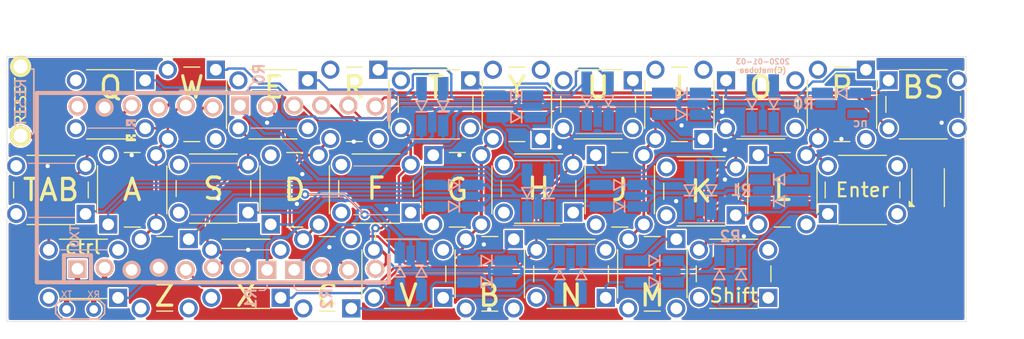
<source format=kicad_pcb>
(kicad_pcb (version 20171130) (host pcbnew "(5.1.5)-3")
  (layers (0 F.Cu signal) (31 B.Cu signal) (34 B.Paste user) (35 F.Paste user) (36 B.SilkS user) (37 F.SilkS user) (38 B.Mask user) (39 F.Mask user) (44 Edge.Cuts user))
  (net 0 "")
  (net 1 /R1)
  (net 2 "Net-(D_A1-Pad2)")
  (net 3 /R2)
  (net 4 "Net-(D_B1-Pad2)")
  (net 5 "Net-(D_C1-Pad2)")
  (net 6 "Net-(D_CTRL1-Pad2)")
  (net 7 "Net-(D_D1-Pad2)")
  (net 8 "Net-(D_DEL1-Pad2)")
  (net 9 /R0)
  (net 10 "Net-(D_E1-Pad2)")
  (net 11 "Net-(D_ENTER1-Pad2)")
  (net 12 "Net-(D_F1-Pad2)")
  (net 13 "Net-(D_G1-Pad2)")
  (net 14 "Net-(D_H1-Pad2)")
  (net 15 "Net-(D_I1-Pad2)")
  (net 16 "Net-(D_K1-Pad2)")
  (net 17 "Net-(D_L1-Pad2)")
  (net 18 "Net-(D_M1-Pad2)")
  (net 19 "Net-(D_N1-Pad2)")
  (net 20 "Net-(D_O1-Pad2)")
  (net 21 "Net-(D_Q1-Pad2)")
  (net 22 "Net-(D_R1-Pad2)")
  (net 23 "Net-(D_S1-Pad2)")
  (net 24 "Net-(D_T1-Pad2)")
  (net 25 "Net-(D_V1-Pad2)")
  (net 26 "Net-(D_X1-Pad2)")
  (net 27 "Net-(D_Y1-Pad2)")
  (net 28 "Net-(D_Z1-Pad2)")
  (net 29 GND)
  (net 30 /RST)
  (net 31 /C1)
  (net 32 /C5)
  (net 33 /C3)
  (net 34 /C0)
  (net 35 /CA)
  (net 36 /C4)
  (net 37 /C6)
  (net 38 /C8)
  (net 39 /C7)
  (net 40 /C9)
  (net 41 /C2)
  (net 42 "Net-(D_TA1-Pad2)")
  (net 43 "Net-(D_GJ1-Pad2)")
  (net 44 "Net-(D_ENTSFT1-Pad2)")
  (net 45 "Net-(D_IU1-Pad2)")
  (net 46 "Net-(D_OP1-Pad2)")
  (net 47 /LED)
  (net 48 VCC)
  (net 49 /RX)
  (net 50 /TX)
  (net 51 "Net-(D_W1-Pad2)")
  (module kbd:D3_SMD_v2 (layer B.Cu) (at 109.22 51.308 180)
    (fp_text reference D_R1 hide)
    (fp_text value D hide)
    (pad 2 smd rect (at 1.775 0 180) (size 2 1) (layers B.Cu) (net 22 "Net-(D_R1-Pad2)"))
    (pad 1 smd rect (at -1.775 0 180) (size 2 1) (layers B.Cu) (net 9 /R0))
  )
  (module Button_Switch_THT:SW_PUSH_6mm_H8mm (layer F.Cu) (at 105.156 54.372 180)
    (fp_text reference SW_T1 hide)
    (fp_text value SW_Push hide)
    (fp_text user T (at 3.25 3.846) (layer F.SilkS) (effects (font (size 2 2) (thickness 0.3))))
    (pad 2 thru_hole rect (at 0 4.5 270) (size 1.7 1.7) (drill 1.1) (layers *.Cu *.Mask) (net 24 "Net-(D_T1-Pad2)"))
    (pad 1 thru_hole circle (at 0 0 270) (size 1.7 1.7) (drill 1.1) (layers *.Cu *.Mask) (net 36 /C4))
    (pad 2 thru_hole circle (at 6.5 4.5 270) (size 1.7 1.7) (drill 1.1) (layers *.Cu *.Mask) (net 24 "Net-(D_T1-Pad2)"))
    (pad 1 thru_hole circle (at 6.5 0 270) (size 1.7 1.7) (drill 1.1) (layers *.Cu *.Mask) (net 36 /C4))
  )
  (module Button_Switch_THT:SW_PUSH_6mm_H8mm (layer F.Cu) (at 65.636 65.786)
    (fp_text reference SW_CTRL1 hide)
    (fp_text value SW_Push hide)
    (fp_text user ctrl (at 3.198 -0.254) (layer F.SilkS) (effects (font (size 1.3 1.3) (thickness 0.2))))
    (pad 1 thru_hole circle (at 6.5 0 90) (size 1.7 1.7) (drill 1.1) (layers *.Cu *.Mask) (net 34 /C0))
    (pad 2 thru_hole rect (at 6.5 4.5 90) (size 1.7 1.7) (drill 1.1) (layers *.Cu *.Mask) (net 6 "Net-(D_CTRL1-Pad2)"))
    (pad 1 thru_hole circle (at 0 0 90) (size 1.7 1.7) (drill 1.1) (layers *.Cu *.Mask) (net 34 /C0))
    (pad 2 thru_hole circle (at 0 4.5 90) (size 1.7 1.7) (drill 1.1) (layers *.Cu *.Mask) (net 6 "Net-(D_CTRL1-Pad2)"))
  )
  (module Button_Switch_THT:SW_PUSH_6mm_H8mm (layer F.Cu) (at 136.668 56.896 270)
    (fp_text reference SW_L1 hide)
    (fp_text value SW_Push hide)
    (fp_text user L (at 3.25 2.25 180) (layer F.SilkS) (effects (font (size 2 2) (thickness 0.3))))
    (pad 2 thru_hole rect (at 0 4.5) (size 1.7 1.7) (drill 1.1) (layers *.Cu *.Mask) (net 17 "Net-(D_L1-Pad2)"))
    (pad 1 thru_hole circle (at 0 0) (size 1.7 1.7) (drill 1.1) (layers *.Cu *.Mask) (net 40 /C9))
    (pad 2 thru_hole circle (at 6.5 4.5) (size 1.7 1.7) (drill 1.1) (layers *.Cu *.Mask) (net 17 "Net-(D_L1-Pad2)"))
    (pad 1 thru_hole circle (at 6.5 0) (size 1.7 1.7) (drill 1.1) (layers *.Cu *.Mask) (net 40 /C9))
  )
  (module TestPoint:TestPoint_2Pads_Pitch2.54mm_Drill0.8mm (layer F.Cu) (at 67.31 71.374)
    (fp_text reference TP1 hide)
    (fp_text value TestPoint_2Pole hide)
    (pad 1 thru_hole circle (at 0 0) (size 1.4 1.4) (drill 0.8) (layers *.Cu *.Mask) (net 50 /TX))
    (pad 2 thru_hole circle (at 2.54 0) (size 1.4 1.4) (drill 0.8) (layers *.Cu *.Mask) (net 49 /RX))
  )
  (module LED_SMD:LED_SK6812MINI_PLCC4_3.5x3.5mm_P1.75mm (layer F.Cu) (at 148.082 59.944 270)
    (fp_text reference LED1 hide)
    (fp_text value SK6812MINI hide)
    (pad 3 smd rect (at 1.75 0.875 270) (size 1.6 0.85) (layers F.Cu F.Paste F.Mask) (net 47 /LED))
    (pad 4 smd rect (at 1.75 -0.875 270) (size 1.6 0.85) (layers F.Cu F.Paste F.Mask) (net 48 VCC))
    (pad 2 smd rect (at -1.75 0.875 270) (size 1.6 0.85) (layers F.Cu F.Paste F.Mask) (net 29 GND))
    (pad 1 smd rect (at -1.75 -0.875 270) (size 1.6 0.85) (layers F.Cu F.Paste F.Mask))
  )
  (module Button_Switch_THT:SW_PUSH_6mm_H8mm (layer F.Cu) (at 74.676 54.372 180)
    (fp_text reference SW_Q1 hide)
    (fp_text value SW_Push hide)
    (fp_text user Q (at 3.25 3.846) (layer F.SilkS) (effects (font (size 2 2) (thickness 0.3))))
    (pad 2 thru_hole rect (at 0 4.5 270) (size 1.7 1.7) (drill 1.1) (layers *.Cu *.Mask) (net 21 "Net-(D_Q1-Pad2)"))
    (pad 1 thru_hole circle (at 0 0 270) (size 1.7 1.7) (drill 1.1) (layers *.Cu *.Mask) (net 34 /C0))
    (pad 2 thru_hole circle (at 6.5 4.5 270) (size 1.7 1.7) (drill 1.1) (layers *.Cu *.Mask) (net 21 "Net-(D_Q1-Pad2)"))
    (pad 1 thru_hole circle (at 6.5 0 270) (size 1.7 1.7) (drill 1.1) (layers *.Cu *.Mask) (net 34 /C0))
  )
  (module Button_Switch_THT:SW_PUSH_6mm_H8mm (layer F.Cu) (at 108.308 57.785)
    (fp_text reference SW_H1 hide)
    (fp_text value SW_Push hide)
    (fp_text user H (at 3.25 2.25) (layer F.SilkS) (effects (font (size 2 2) (thickness 0.3))))
    (pad 1 thru_hole circle (at 6.5 0 90) (size 1.7 1.7) (drill 1.1) (layers *.Cu *.Mask) (net 37 /C6))
    (pad 2 thru_hole rect (at 6.5 4.5 90) (size 1.7 1.7) (drill 1.1) (layers *.Cu *.Mask) (net 14 "Net-(D_H1-Pad2)"))
    (pad 1 thru_hole circle (at 0 0 90) (size 1.7 1.7) (drill 1.1) (layers *.Cu *.Mask) (net 37 /C6))
    (pad 2 thru_hole circle (at 0 4.5 90) (size 1.7 1.7) (drill 1.1) (layers *.Cu *.Mask) (net 14 "Net-(D_H1-Pad2)"))
  )
  (module Button_Switch_THT:SW_PUSH_6mm_H8mm (layer F.Cu) (at 89.916 54.372 180)
    (fp_text reference SW_E1 hide)
    (fp_text value SW_Push hide)
    (fp_text user E (at 3.186 3.846) (layer F.SilkS) (effects (font (size 2 2) (thickness 0.3))))
    (pad 2 thru_hole rect (at 0 4.5 270) (size 1.7 1.7) (drill 1.1) (layers *.Cu *.Mask) (net 10 "Net-(D_E1-Pad2)"))
    (pad 1 thru_hole circle (at 0 0 270) (size 1.7 1.7) (drill 1.1) (layers *.Cu *.Mask) (net 41 /C2))
    (pad 2 thru_hole circle (at 6.5 4.5 270) (size 1.7 1.7) (drill 1.1) (layers *.Cu *.Mask) (net 10 "Net-(D_E1-Pad2)"))
    (pad 1 thru_hole circle (at 6.5 0 270) (size 1.7 1.7) (drill 1.1) (layers *.Cu *.Mask) (net 41 /C2))
  )
  (module Button_Switch_THT:SW_PUSH_6mm_H8mm (layer F.Cu) (at 96.116 65.786)
    (fp_text reference SW_V1 hide)
    (fp_text value SW_Push hide)
    (fp_text user V (at 3.25 4.282) (layer F.SilkS) (effects (font (size 2 2) (thickness 0.3))))
    (pad 1 thru_hole circle (at 6.5 0 90) (size 1.7 1.7) (drill 1.1) (layers *.Cu *.Mask) (net 36 /C4))
    (pad 2 thru_hole rect (at 6.5 4.5 90) (size 1.7 1.7) (drill 1.1) (layers *.Cu *.Mask) (net 25 "Net-(D_V1-Pad2)"))
    (pad 1 thru_hole circle (at 0 0 90) (size 1.7 1.7) (drill 1.1) (layers *.Cu *.Mask) (net 36 /C4))
    (pad 2 thru_hole circle (at 0 4.5 90) (size 1.7 1.7) (drill 1.1) (layers *.Cu *.Mask) (net 25 "Net-(D_V1-Pad2)"))
  )
  (module kbd:D3_SMD_v2 (layer B.Cu) (at 128.524 68.072 270)
    (fp_text reference D_SHIFT1 hide)
    (fp_text value D hide)
    (pad 1 smd rect (at -1.775 0 270) (size 2 1) (layers B.Cu) (net 3 /R2))
    (pad 2 smd rect (at 1.775 0 270) (size 2 1) (layers B.Cu) (net 44 "Net-(D_ENTSFT1-Pad2)"))
  )
  (module kbd:D3_SMD_v2 (layer B.Cu) (at 100.584 52.321 90)
    (fp_text reference D_W1 hide)
    (fp_text value D hide)
    (pad 2 smd rect (at 1.775 0 90) (size 2 1) (layers B.Cu) (net 51 "Net-(D_W1-Pad2)"))
    (pad 1 smd rect (at -1.775 0 90) (size 2 1) (layers B.Cu) (net 9 /R0))
  )
  (module Button_Switch_THT:SW_PUSH_6mm_H8mm (layer F.Cu) (at 121.428 56.896 270)
    (fp_text reference SW_J1 hide)
    (fp_text value SW_Push hide)
    (fp_text user J (at 3.25 2.25 180) (layer F.SilkS) (effects (font (size 2 2) (thickness 0.3))))
    (pad 2 thru_hole rect (at 0 4.5) (size 1.7 1.7) (drill 1.1) (layers *.Cu *.Mask) (net 43 "Net-(D_GJ1-Pad2)"))
    (pad 1 thru_hole circle (at 0 0) (size 1.7 1.7) (drill 1.1) (layers *.Cu *.Mask) (net 39 /C7))
    (pad 2 thru_hole circle (at 6.5 4.5) (size 1.7 1.7) (drill 1.1) (layers *.Cu *.Mask) (net 43 "Net-(D_GJ1-Pad2)"))
    (pad 1 thru_hole circle (at 6.5 0) (size 1.7 1.7) (drill 1.1) (layers *.Cu *.Mask) (net 39 /C7))
  )
  (module Button_Switch_THT:SW_PUSH_6mm_H8mm (layer F.Cu) (at 106.188 56.896 270)
    (fp_text reference SW_G1 hide)
    (fp_text value SW_Push hide)
    (fp_text user G (at 3.25 2.25 180) (layer F.SilkS) (effects (font (size 2 2) (thickness 0.3))))
    (pad 1 thru_hole circle (at 6.5 0) (size 1.7 1.7) (drill 1.1) (layers *.Cu *.Mask) (net 32 /C5))
    (pad 2 thru_hole circle (at 6.5 4.5) (size 1.7 1.7) (drill 1.1) (layers *.Cu *.Mask) (net 13 "Net-(D_G1-Pad2)"))
    (pad 1 thru_hole circle (at 0 0) (size 1.7 1.7) (drill 1.1) (layers *.Cu *.Mask) (net 32 /C5))
    (pad 2 thru_hole rect (at 0 4.5) (size 1.7 1.7) (drill 1.1) (layers *.Cu *.Mask) (net 13 "Net-(D_G1-Pad2)"))
  )
  (module Button_Switch_THT:SW_PUSH_6mm_H8mm (layer F.Cu) (at 89.496 71.286 90)
    (fp_text reference SW_C1 hide)
    (fp_text value SW_Push hide)
    (fp_text user C (at 1.218 2.25) (layer F.SilkS) (effects (font (size 2 2) (thickness 0.3))))
    (pad 1 thru_hole circle (at 6.5 0 180) (size 1.7 1.7) (drill 1.1) (layers *.Cu *.Mask) (net 33 /C3))
    (pad 2 thru_hole circle (at 6.5 4.5 180) (size 1.7 1.7) (drill 1.1) (layers *.Cu *.Mask) (net 5 "Net-(D_C1-Pad2)"))
    (pad 1 thru_hole circle (at 0 0 180) (size 1.7 1.7) (drill 1.1) (layers *.Cu *.Mask) (net 33 /C3))
    (pad 2 thru_hole rect (at 0 4.5 180) (size 1.7 1.7) (drill 1.1) (layers *.Cu *.Mask) (net 5 "Net-(D_C1-Pad2)"))
  )
  (module kbd:ResetSW (layer F.Cu) (at 62.992 51.816 270)
    (fp_text reference SW1 hide)
    (fp_text value SW_PUSH)
    (fp_text user RESET (at 0 0 270) (layer F.SilkS))
    (fp_text user RESET (at 0.127 0 270) (layer B.SilkS) (effects (justify mirror)))
    (pad 2 thru_hole circle (at -3.25 0 270) (size 2 2) (drill 1.3) (layers *.Cu *.Mask F.SilkS) (net 29 GND))
    (pad 1 thru_hole circle (at 3.25 0 270) (size 2 2) (drill 1.3) (layers *.Cu *.Mask F.SilkS) (net 30 /RST))
  )
  (module Keebio:ArduinoProMicro (layer F.Cu) (at 82.296 59.944)
    (fp_text reference U1 hide)
    (fp_text value ProMicro)
    (fp_text user TX0 (at -14.224 4.572 90) (layer B.SilkS) (effects (font (size 0.8 0.8)) (justify mirror)))
    (pad 24 thru_hole circle (at -13.97 -7.62) (size 1.7 1.7) (drill 1.0922) (layers *.Cu *.SilkS *.Mask))
    (pad 12 thru_hole circle (at 13.97 7.62) (size 1.7 1.7) (drill 1.0922) (layers *.Cu *.SilkS *.Mask) (net 36 /C4))
    (pad 23 thru_hole circle (at -11.43 -7.52) (size 1.7 1.7) (drill 1.0922) (layers *.Cu *.SilkS *.Mask) (net 29 GND))
    (pad 22 thru_hole circle (at -8.89 -7.72) (size 1.7 1.7) (drill 1.0922) (layers *.Cu *.SilkS *.Mask) (net 30 /RST))
    (pad 21 thru_hole circle (at -6.35 -7.52) (size 1.7 1.7) (drill 1.0922) (layers *.Cu *.SilkS *.Mask) (net 48 VCC))
    (pad 20 thru_hole circle (at -3.81 -7.72) (size 1.7 1.7) (drill 1.0922) (layers *.Cu *.SilkS *.Mask) (net 34 /C0))
    (pad 19 thru_hole circle (at -1.27 -7.52) (size 1.7 1.7) (drill 1.0922) (layers *.Cu *.SilkS *.Mask) (net 31 /C1))
    (pad 18 thru_hole rect (at 1.27 -7.72) (size 1.7 1.7) (drill 1.0922) (layers *.Cu *.SilkS *.Mask) (net 9 /R0))
    (pad 17 thru_hole circle (at 3.81 -7.604) (size 1.7 1.7) (drill 1.0922) (layers *.Cu *.SilkS *.Mask) (net 33 /C3))
    (pad 16 thru_hole circle (at 6.35 -7.72) (size 1.7 1.7) (drill 1.0922) (layers *.Cu *.SilkS *.Mask) (net 39 /C7))
    (pad 15 thru_hole circle (at 8.89 -7.72) (size 1.7 1.7) (drill 1.0922) (layers *.Cu *.SilkS *.Mask) (net 38 /C8))
    (pad 14 thru_hole circle (at 11.43 -7.72) (size 1.7 1.7) (drill 1.0922) (layers *.Cu *.SilkS *.Mask) (net 40 /C9))
    (pad 13 thru_hole circle (at 13.97 -7.62) (size 1.7 1.7) (drill 1.0922) (layers *.Cu *.SilkS *.Mask) (net 35 /CA))
    (pad 11 thru_hole circle (at 11.43 7.72) (size 1.7 1.7) (drill 1.0922) (layers *.Cu *.SilkS *.Mask) (net 32 /C5))
    (pad 10 thru_hole circle (at 8.89 7.516) (size 1.7 1.7) (drill 1.0922) (layers *.Cu *.SilkS *.Mask) (net 37 /C6))
    (pad 9 thru_hole rect (at 6.35 7.72) (size 1.7 1.7) (drill 1.0922) (layers *.Cu *.SilkS *.Mask) (net 3 /R2))
    (pad 8 thru_hole rect (at 3.81 7.72) (size 1.7 1.7) (drill 1.0922) (layers *.Cu *.SilkS *.Mask) (net 1 /R1))
    (pad 7 thru_hole circle (at 1.27 7.52) (size 1.7 1.7) (drill 1.0922) (layers *.Cu *.SilkS *.Mask))
    (pad 6 thru_hole circle (at -1.27 7.52) (size 1.7 1.7) (drill 1.0922) (layers *.Cu *.SilkS *.Mask) (net 41 /C2))
    (pad 5 thru_hole circle (at -3.81 7.72) (size 1.7 1.7) (drill 1.0922) (layers *.Cu *.SilkS *.Mask) (net 47 /LED))
    (pad 4 thru_hole circle (at -6.35 7.52) (size 1.7 1.7) (drill 1.0922) (layers *.Cu *.SilkS *.Mask) (net 29 GND))
    (pad 3 thru_hole circle (at -8.89 7.72) (size 1.7 1.7) (drill 1.0922) (layers *.Cu *.SilkS *.Mask) (net 29 GND))
    (pad 2 thru_hole circle (at -11.43 7.52) (size 1.7 1.7) (drill 1.0922) (layers *.Cu *.SilkS *.Mask) (net 49 /RX))
    (pad 1 thru_hole rect (at -13.97 7.62) (size 1.7 1.7) (drill 1.0922) (layers *.Cu *.SilkS *.Mask) (net 50 /TX))
  )
  (module Button_Switch_THT:SW_PUSH_6mm_H8mm (layer F.Cu) (at 74.256 71.286 90)
    (fp_text reference SW_Z1 hide)
    (fp_text value SW_Push hide)
    (fp_text user Z (at 1.218 2.25 180) (layer F.SilkS) (effects (font (size 2 2) (thickness 0.3))))
    (pad 2 thru_hole circle (at 0 4.5 180) (size 1.7 1.7) (drill 1.1) (layers *.Cu *.Mask) (net 28 "Net-(D_Z1-Pad2)"))
    (pad 1 thru_hole circle (at 0 0 180) (size 1.7 1.7) (drill 1.1) (layers *.Cu *.Mask) (net 31 /C1))
    (pad 2 thru_hole rect (at 6.5 4.5 180) (size 1.7 1.7) (drill 1.1) (layers *.Cu *.Mask) (net 28 "Net-(D_Z1-Pad2)"))
    (pad 1 thru_hole circle (at 6.5 0 180) (size 1.7 1.7) (drill 1.1) (layers *.Cu *.Mask) (net 31 /C1))
  )
  (module Button_Switch_THT:SW_PUSH_6mm_H8mm (layer F.Cu) (at 80.876 65.786)
    (fp_text reference SW_X1 hide)
    (fp_text value SW_Push hide)
    (fp_text user X (at 3.25 4.282) (layer F.SilkS) (effects (font (size 2 2) (thickness 0.3))))
    (pad 1 thru_hole circle (at 6.5 0 90) (size 1.7 1.7) (drill 1.1) (layers *.Cu *.Mask) (net 41 /C2))
    (pad 2 thru_hole rect (at 6.5 4.5 90) (size 1.7 1.7) (drill 1.1) (layers *.Cu *.Mask) (net 26 "Net-(D_X1-Pad2)"))
    (pad 1 thru_hole circle (at 0 0 90) (size 1.7 1.7) (drill 1.1) (layers *.Cu *.Mask) (net 41 /C2))
    (pad 2 thru_hole circle (at 0 4.5 90) (size 1.7 1.7) (drill 1.1) (layers *.Cu *.Mask) (net 26 "Net-(D_X1-Pad2)"))
  )
  (module Button_Switch_THT:SW_PUSH_6mm_H8mm (layer F.Cu) (at 76.796 55.372 90)
    (fp_text reference SW_W1 hide)
    (fp_text value SW_Push hide)
    (fp_text user W (at 4.846 2.25) (layer F.SilkS) (effects (font (size 2 2) (thickness 0.3))))
    (pad 1 thru_hole circle (at 6.5 0 180) (size 1.7 1.7) (drill 1.1) (layers *.Cu *.Mask) (net 31 /C1))
    (pad 2 thru_hole rect (at 6.5 4.5 180) (size 1.7 1.7) (drill 1.1) (layers *.Cu *.Mask) (net 51 "Net-(D_W1-Pad2)"))
    (pad 1 thru_hole circle (at 0 0 180) (size 1.7 1.7) (drill 1.1) (layers *.Cu *.Mask) (net 31 /C1))
    (pad 2 thru_hole circle (at 0 4.5 180) (size 1.7 1.7) (drill 1.1) (layers *.Cu *.Mask) (net 51 "Net-(D_W1-Pad2)"))
  )
  (module Button_Switch_THT:SW_PUSH_6mm_H8mm (layer F.Cu) (at 92.036 55.372 90)
    (fp_text reference SW_R1 hide)
    (fp_text value SW_Push hide)
    (fp_text user R (at 4.846 2.25) (layer F.SilkS) (effects (font (size 2 2) (thickness 0.3))))
    (pad 2 thru_hole circle (at 0 4.5 180) (size 1.7 1.7) (drill 1.1) (layers *.Cu *.Mask) (net 22 "Net-(D_R1-Pad2)"))
    (pad 1 thru_hole circle (at 0 0 180) (size 1.7 1.7) (drill 1.1) (layers *.Cu *.Mask) (net 33 /C3))
    (pad 2 thru_hole rect (at 6.5 4.5 180) (size 1.7 1.7) (drill 1.1) (layers *.Cu *.Mask) (net 22 "Net-(D_R1-Pad2)"))
    (pad 1 thru_hole circle (at 6.5 0 180) (size 1.7 1.7) (drill 1.1) (layers *.Cu *.Mask) (net 33 /C3))
  )
  (module kbd:D3_SMD_v2 (layer B.Cu) (at 119.126 59.69 180)
    (fp_text reference D_D1 hide)
    (fp_text value D hide)
    (pad 1 smd rect (at -1.775 0 180) (size 2 1) (layers B.Cu) (net 1 /R1))
    (pad 2 smd rect (at 1.775 0 180) (size 2 1) (layers B.Cu) (net 7 "Net-(D_D1-Pad2)"))
  )
  (module kbd:D3_SMD_v2 (layer B.Cu) (at 125.73 60.198 90)
    (fp_text reference D_G1 hide)
    (fp_text value D hide)
    (pad 2 smd rect (at 1.775 0 90) (size 2 1) (layers B.Cu) (net 13 "Net-(D_G1-Pad2)"))
    (pad 1 smd rect (at -1.775 0 90) (size 2 1) (layers B.Cu) (net 1 /R1))
  )
  (module Button_Switch_THT:SW_PUSH_6mm_H8mm (layer F.Cu) (at 119.976 71.286 90)
    (fp_text reference SW_M1 hide)
    (fp_text value SW_Push hide)
    (fp_text user M (at 1.218 2.25 180) (layer F.SilkS) (effects (font (size 2 2) (thickness 0.3))))
    (pad 1 thru_hole circle (at 6.5 0 180) (size 1.7 1.7) (drill 1.1) (layers *.Cu *.Mask) (net 39 /C7))
    (pad 2 thru_hole rect (at 6.5 4.5 180) (size 1.7 1.7) (drill 1.1) (layers *.Cu *.Mask) (net 18 "Net-(D_M1-Pad2)"))
    (pad 1 thru_hole circle (at 0 0 180) (size 1.7 1.7) (drill 1.1) (layers *.Cu *.Mask) (net 39 /C7))
    (pad 2 thru_hole circle (at 0 4.5 180) (size 1.7 1.7) (drill 1.1) (layers *.Cu *.Mask) (net 18 "Net-(D_M1-Pad2)"))
  )
  (module Button_Switch_THT:SW_PUSH_6mm_H8mm (layer F.Cu) (at 123.548 58.039)
    (fp_text reference SW_K1 hide)
    (fp_text value SW_Push hide)
    (fp_text user K (at 3.25 2.25) (layer F.SilkS) (effects (font (size 2 2) (thickness 0.3))))
    (pad 2 thru_hole circle (at 0 4.5 90) (size 1.7 1.7) (drill 1.1) (layers *.Cu *.Mask) (net 16 "Net-(D_K1-Pad2)"))
    (pad 1 thru_hole circle (at 0 0 90) (size 1.7 1.7) (drill 1.1) (layers *.Cu *.Mask) (net 38 /C8))
    (pad 2 thru_hole rect (at 6.5 4.5 90) (size 1.7 1.7) (drill 1.1) (layers *.Cu *.Mask) (net 16 "Net-(D_K1-Pad2)"))
    (pad 1 thru_hole circle (at 6.5 0 90) (size 1.7 1.7) (drill 1.1) (layers *.Cu *.Mask) (net 38 /C8))
  )
  (module kbd:D3_SMD_v2 (layer B.Cu) (at 98.552 67.818 270)
    (fp_text reference D_CTRL1 hide)
    (fp_text value D hide)
    (pad 1 smd rect (at -1.775 0 270) (size 2 1) (layers B.Cu) (net 3 /R2))
    (pad 2 smd rect (at 1.775 0 270) (size 2 1) (layers B.Cu) (net 6 "Net-(D_CTRL1-Pad2)"))
  )
  (module kbd:D3_SMD_v2 (layer B.Cu) (at 103.632 61.722 180)
    (fp_text reference D_F1 hide)
    (fp_text value D hide)
    (pad 2 smd rect (at 1.775 0 180) (size 2 1) (layers B.Cu) (net 12 "Net-(D_F1-Pad2)"))
    (pad 1 smd rect (at -1.775 0 180) (size 2 1) (layers B.Cu) (net 1 /R1))
  )
  (module kbd:D3_SMD_v2 (layer B.Cu) (at 139.954 51.054)
    (fp_text reference D_DEL1 hide)
    (fp_text value D hide)
    (pad 1 smd rect (at -1.775 0) (size 2 1) (layers B.Cu) (net 9 /R0))
    (pad 2 smd rect (at 1.775 0) (size 2 1) (layers B.Cu) (net 8 "Net-(D_DEL1-Pad2)"))
  )
  (module kbd:D3_SMD_v2 (layer B.Cu) (at 110.49 60.452 90)
    (fp_text reference D_A1 hide)
    (fp_text value D hide)
    (pad 1 smd rect (at -1.775 0 90) (size 2 1) (layers B.Cu) (net 1 /R1))
    (pad 2 smd rect (at 1.775 0 90) (size 2 1) (layers B.Cu) (net 2 "Net-(D_A1-Pad2)"))
  )
  (module kbd:D3_SMD_v2 (layer B.Cu) (at 106.68 66.802 180)
    (fp_text reference D_B1 hide)
    (fp_text value D hide)
    (pad 2 smd rect (at 1.775 0 180) (size 2 1) (layers B.Cu) (net 4 "Net-(D_B1-Pad2)"))
    (pad 1 smd rect (at -1.775 0 180) (size 2 1) (layers B.Cu) (net 3 /R2))
  )
  (module kbd:D3_SMD_v2 (layer B.Cu) (at 106.68 68.834 180)
    (fp_text reference D_C1 hide)
    (fp_text value D hide)
    (pad 1 smd rect (at -1.775 0 180) (size 2 1) (layers B.Cu) (net 3 /R2))
    (pad 2 smd rect (at 1.775 0 180) (size 2 1) (layers B.Cu) (net 5 "Net-(D_C1-Pad2)"))
  )
  (module kbd:D3_SMD_v2 (layer B.Cu) (at 102.616 52.324 90)
    (fp_text reference D_E1 hide)
    (fp_text value D hide)
    (pad 1 smd rect (at -1.775 0 90) (size 2 1) (layers B.Cu) (net 9 /R0))
    (pad 2 smd rect (at 1.775 0 90) (size 2 1) (layers B.Cu) (net 10 "Net-(D_E1-Pad2)"))
  )
  (module kbd:D3_SMD_v2 (layer B.Cu) (at 130.556 68.072 270)
    (fp_text reference D_ENTER1 hide)
    (fp_text value D hide)
    (pad 2 smd rect (at 1.775 0 270) (size 2 1) (layers B.Cu) (net 11 "Net-(D_ENTER1-Pad2)"))
    (pad 1 smd rect (at -1.775 0 270) (size 2 1) (layers B.Cu) (net 3 /R2))
  )
  (module kbd:D3_SMD_v2 (layer B.Cu) (at 119.126 61.722 180)
    (fp_text reference D_H1 hide)
    (fp_text value D hide)
    (pad 1 smd rect (at -1.775 0 180) (size 2 1) (layers B.Cu) (net 1 /R1))
    (pad 2 smd rect (at 1.775 0 180) (size 2 1) (layers B.Cu) (net 14 "Net-(D_H1-Pad2)"))
  )
  (module kbd:D3_SMD_v2 (layer B.Cu) (at 124.968 53.086 180)
    (fp_text reference D_I1 hide)
    (fp_text value D hide)
    (pad 2 smd rect (at 1.775 0 180) (size 2 1) (layers B.Cu) (net 15 "Net-(D_I1-Pad2)"))
    (pad 1 smd rect (at -1.775 0 180) (size 2 1) (layers B.Cu) (net 9 /R0))
  )
  (module kbd:D3_SMD_v2 (layer B.Cu) (at 127.762 60.198 90)
    (fp_text reference D_J1 hide)
    (fp_text value D hide)
    (pad 2 smd rect (at 1.775 0 90) (size 2 1) (layers B.Cu) (net 43 "Net-(D_GJ1-Pad2)"))
    (pad 1 smd rect (at -1.775 0 90) (size 2 1) (layers B.Cu) (net 1 /R1))
  )
  (module kbd:D3_SMD_v2 (layer B.Cu) (at 134.112 61.214)
    (fp_text reference D_K1 hide)
    (fp_text value D hide)
    (pad 1 smd rect (at -1.775 0) (size 2 1) (layers B.Cu) (net 1 /R1))
    (pad 2 smd rect (at 1.775 0) (size 2 1) (layers B.Cu) (net 16 "Net-(D_K1-Pad2)"))
  )
  (module kbd:D3_SMD_v2 (layer B.Cu) (at 134.112 59.182)
    (fp_text reference D_L1 hide)
    (fp_text value D hide)
    (pad 1 smd rect (at -1.775 0) (size 2 1) (layers B.Cu) (net 1 /R1))
    (pad 2 smd rect (at 1.775 0) (size 2 1) (layers B.Cu) (net 17 "Net-(D_L1-Pad2)"))
  )
  (module kbd:D3_SMD_v2 (layer B.Cu) (at 122.428 66.802 180)
    (fp_text reference D_M1 hide)
    (fp_text value D hide)
    (pad 2 smd rect (at 1.775 0 180) (size 2 1) (layers B.Cu) (net 18 "Net-(D_M1-Pad2)"))
    (pad 1 smd rect (at -1.775 0 180) (size 2 1) (layers B.Cu) (net 3 /R2))
  )
  (module kbd:D3_SMD_v2 (layer B.Cu) (at 122.428 68.834 180)
    (fp_text reference D_N1 hide)
    (fp_text value D hide)
    (pad 2 smd rect (at 1.775 0 180) (size 2 1) (layers B.Cu) (net 19 "Net-(D_N1-Pad2)"))
    (pad 1 smd rect (at -1.775 0 180) (size 2 1) (layers B.Cu) (net 3 /R2))
  )
  (module kbd:D3_SMD_v2 (layer B.Cu) (at 131.572 52.07 90)
    (fp_text reference D_O1 hide)
    (fp_text value D hide)
    (pad 2 smd rect (at 1.775 0 90) (size 2 1) (layers B.Cu) (net 20 "Net-(D_O1-Pad2)"))
    (pad 1 smd rect (at -1.775 0 90) (size 2 1) (layers B.Cu) (net 9 /R0))
  )
  (module kbd:D3_SMD_v2 (layer B.Cu) (at 133.604 52.07 90)
    (fp_text reference D_P1 hide)
    (fp_text value D hide)
    (pad 1 smd rect (at -1.775 0 90) (size 2 1) (layers B.Cu) (net 9 /R0))
    (pad 2 smd rect (at 1.775 0 90) (size 2 1) (layers B.Cu) (net 46 "Net-(D_OP1-Pad2)"))
  )
  (module kbd:D3_SMD_v2 (layer B.Cu) (at 103.635 59.69 180)
    (fp_text reference D_S1 hide)
    (fp_text value D hide)
    (pad 1 smd rect (at -1.775 0 180) (size 2 1) (layers B.Cu) (net 1 /R1))
    (pad 2 smd rect (at 1.775 0 180) (size 2 1) (layers B.Cu) (net 23 "Net-(D_S1-Pad2)"))
  )
  (module kbd:D3_SMD_v2 (layer B.Cu) (at 116.078 51.816 90)
    (fp_text reference D_Q1 hide)
    (fp_text value D hide)
    (pad 1 smd rect (at -1.775 0 90) (size 2 1) (layers B.Cu) (net 9 /R0))
    (pad 2 smd rect (at 1.775 0 90) (size 2 1) (layers B.Cu) (net 21 "Net-(D_Q1-Pad2)"))
  )
  (module kbd:D3_SMD_v2 (layer B.Cu) (at 112.522 60.452 90)
    (fp_text reference D_TAB1 hide)
    (fp_text value D hide)
    (pad 2 smd rect (at 1.775 0 90) (size 2 1) (layers B.Cu) (net 42 "Net-(D_TA1-Pad2)"))
    (pad 1 smd rect (at -1.775 0 90) (size 2 1) (layers B.Cu) (net 1 /R1))
  )
  (module kbd:D3_SMD_v2 (layer B.Cu) (at 124.968 51.054 180)
    (fp_text reference D_U1 hide)
    (fp_text value D hide)
    (pad 2 smd rect (at 1.775 0 180) (size 2 1) (layers B.Cu) (net 45 "Net-(D_IU1-Pad2)"))
    (pad 1 smd rect (at -1.775 0 180) (size 2 1) (layers B.Cu) (net 9 /R0))
  )
  (module kbd:D3_SMD_v2 (layer B.Cu) (at 113.538 68.072 270)
    (fp_text reference D_Z1 hide)
    (fp_text value D hide)
    (pad 2 smd rect (at 1.775 0 270) (size 2 1) (layers B.Cu) (net 28 "Net-(D_Z1-Pad2)"))
    (pad 1 smd rect (at -1.775 0 270) (size 2 1) (layers B.Cu) (net 3 /R2))
  )
  (module kbd:D3_SMD_v2 (layer B.Cu) (at 118.11 51.813 90)
    (fp_text reference D_T1 hide)
    (fp_text value D hide)
    (pad 2 smd rect (at 1.775 0 90) (size 2 1) (layers B.Cu) (net 24 "Net-(D_T1-Pad2)"))
    (pad 1 smd rect (at -1.775 0 90) (size 2 1) (layers B.Cu) (net 9 /R0))
  )
  (module kbd:D3_SMD_v2 (layer B.Cu) (at 100.584 67.818 270)
    (fp_text reference D_X1 hide)
    (fp_text value D hide)
    (pad 2 smd rect (at 1.775 0 270) (size 2 1) (layers B.Cu) (net 26 "Net-(D_X1-Pad2)"))
    (pad 1 smd rect (at -1.775 0 270) (size 2 1) (layers B.Cu) (net 3 /R2))
  )
  (module kbd:D3_SMD_v2 (layer B.Cu) (at 109.474 53.34 180)
    (fp_text reference D_Y1 hide)
    (fp_text value D hide)
    (pad 2 smd rect (at 1.775 0 180) (size 2 1) (layers B.Cu) (net 27 "Net-(D_Y1-Pad2)"))
    (pad 1 smd rect (at -1.775 0 180) (size 2 1) (layers B.Cu) (net 9 /R0))
  )
  (module kbd:D3_SMD_v2 (layer B.Cu) (at 115.57 68.072 270)
    (fp_text reference D_V1 hide)
    (fp_text value D hide)
    (pad 1 smd rect (at -1.775 0 270) (size 2 1) (layers B.Cu) (net 3 /R2))
    (pad 2 smd rect (at 1.775 0 270) (size 2 1) (layers B.Cu) (net 25 "Net-(D_V1-Pad2)"))
  )
  (module Button_Switch_THT:SW_PUSH_6mm_H8mm (layer F.Cu) (at 75.708 56.896 270)
    (fp_text reference SW_A1 hide)
    (fp_text value SW_Push hide)
    (fp_text user A (at 3.25 2.25) (layer F.SilkS) (effects (font (size 2 2) (thickness 0.3))))
    (pad 1 thru_hole circle (at 6.5 0) (size 1.7 1.7) (drill 1.1) (layers *.Cu *.Mask) (net 31 /C1))
    (pad 2 thru_hole rect (at 6.5 4.5) (size 1.7 1.7) (drill 1.1) (layers *.Cu *.Mask) (net 2 "Net-(D_A1-Pad2)"))
    (pad 1 thru_hole circle (at 0 0) (size 1.7 1.7) (drill 1.1) (layers *.Cu *.Mask) (net 31 /C1))
    (pad 2 thru_hole circle (at 0 4.5) (size 1.7 1.7) (drill 1.1) (layers *.Cu *.Mask) (net 2 "Net-(D_A1-Pad2)"))
  )
  (module Button_Switch_THT:SW_PUSH_6mm_H8mm (layer F.Cu) (at 90.948 56.896 270)
    (fp_text reference SW_D1 hide)
    (fp_text value SW_Push hide)
    (fp_text user D (at 3.25 2.25 180) (layer F.SilkS) (effects (font (size 2 2) (thickness 0.3))))
    (pad 1 thru_hole circle (at 6.5 0) (size 1.7 1.7) (drill 1.1) (layers *.Cu *.Mask) (net 33 /C3))
    (pad 2 thru_hole rect (at 6.5 4.5) (size 1.7 1.7) (drill 1.1) (layers *.Cu *.Mask) (net 7 "Net-(D_D1-Pad2)"))
    (pad 1 thru_hole circle (at 0 0) (size 1.7 1.7) (drill 1.1) (layers *.Cu *.Mask) (net 33 /C3))
    (pad 2 thru_hole circle (at 0 4.5) (size 1.7 1.7) (drill 1.1) (layers *.Cu *.Mask) (net 7 "Net-(D_D1-Pad2)"))
  )
  (module Button_Switch_THT:SW_PUSH_6mm_H8mm (layer F.Cu) (at 150.876 54.372 180)
    (fp_text reference SW_DEL1 hide)
    (fp_text value SW_Push hide)
    (fp_text user BS (at 3.25 3.846) (layer F.SilkS) (effects (font (size 2 2) (thickness 0.3))))
    (pad 2 thru_hole circle (at 0 4.5 270) (size 1.7 1.7) (drill 1.1) (layers *.Cu *.Mask) (net 8 "Net-(D_DEL1-Pad2)"))
    (pad 1 thru_hole circle (at 0 0 270) (size 1.7 1.7) (drill 1.1) (layers *.Cu *.Mask) (net 35 /CA))
    (pad 2 thru_hole rect (at 6.5 4.5 270) (size 1.7 1.7) (drill 1.1) (layers *.Cu *.Mask) (net 8 "Net-(D_DEL1-Pad2)"))
    (pad 1 thru_hole circle (at 6.5 0 270) (size 1.7 1.7) (drill 1.1) (layers *.Cu *.Mask) (net 35 /CA))
  )
  (module Button_Switch_THT:SW_PUSH_6mm_H8mm (layer F.Cu) (at 138.684 57.912)
    (fp_text reference SW_ENTER1 hide)
    (fp_text value SW_Push hide)
    (fp_text user Enter (at 3.25 2.25) (layer F.SilkS) (effects (font (size 1.3 1.3) (thickness 0.2))))
    (pad 1 thru_hole circle (at 6.5 0 90) (size 1.7 1.7) (drill 1.1) (layers *.Cu *.Mask) (net 40 /C9))
    (pad 2 thru_hole circle (at 6.5 4.5 90) (size 1.7 1.7) (drill 1.1) (layers *.Cu *.Mask) (net 11 "Net-(D_ENTER1-Pad2)"))
    (pad 1 thru_hole circle (at 0 0 90) (size 1.7 1.7) (drill 1.1) (layers *.Cu *.Mask) (net 40 /C9))
    (pad 2 thru_hole rect (at 0 4.5 90) (size 1.7 1.7) (drill 1.1) (layers *.Cu *.Mask) (net 11 "Net-(D_ENTER1-Pad2)"))
  )
  (module Button_Switch_THT:SW_PUSH_6mm_H8mm (layer F.Cu) (at 93.068 57.785)
    (fp_text reference SW_F1 hide)
    (fp_text value SW_Push hide)
    (fp_text user F (at 3.25 2.25) (layer F.SilkS) (effects (font (size 2 2) (thickness 0.3))))
    (pad 2 thru_hole circle (at 0 4.5 90) (size 1.7 1.7) (drill 1.1) (layers *.Cu *.Mask) (net 12 "Net-(D_F1-Pad2)"))
    (pad 1 thru_hole circle (at 0 0 90) (size 1.7 1.7) (drill 1.1) (layers *.Cu *.Mask) (net 36 /C4))
    (pad 2 thru_hole rect (at 6.5 4.5 90) (size 1.7 1.7) (drill 1.1) (layers *.Cu *.Mask) (net 12 "Net-(D_F1-Pad2)"))
    (pad 1 thru_hole circle (at 6.5 0 90) (size 1.7 1.7) (drill 1.1) (layers *.Cu *.Mask) (net 36 /C4))
  )
  (module Button_Switch_THT:SW_PUSH_6mm_H8mm (layer F.Cu) (at 122.516 55.372 90)
    (fp_text reference SW_I1 hide)
    (fp_text value SW_Push hide)
    (fp_text user I (at 4.846 2.25 180) (layer F.SilkS) (effects (font (size 2 2) (thickness 0.3))))
    (pad 1 thru_hole circle (at 6.5 0 180) (size 1.7 1.7) (drill 1.1) (layers *.Cu *.Mask) (net 39 /C7))
    (pad 2 thru_hole circle (at 6.5 4.5 180) (size 1.7 1.7) (drill 1.1) (layers *.Cu *.Mask) (net 15 "Net-(D_I1-Pad2)"))
    (pad 1 thru_hole circle (at 0 0 180) (size 1.7 1.7) (drill 1.1) (layers *.Cu *.Mask) (net 39 /C7))
    (pad 2 thru_hole rect (at 0 4.5 180) (size 1.7 1.7) (drill 1.1) (layers *.Cu *.Mask) (net 15 "Net-(D_I1-Pad2)"))
  )
  (module Button_Switch_THT:SW_PUSH_6mm_H8mm (layer F.Cu) (at 111.356 65.786)
    (fp_text reference SW_N1 hide)
    (fp_text value SW_Push hide)
    (fp_text user N (at 3.25 4.282) (layer F.SilkS) (effects (font (size 2 2) (thickness 0.3))))
    (pad 2 thru_hole circle (at 0 4.5 90) (size 1.7 1.7) (drill 1.1) (layers *.Cu *.Mask) (net 19 "Net-(D_N1-Pad2)"))
    (pad 1 thru_hole circle (at 0 0 90) (size 1.7 1.7) (drill 1.1) (layers *.Cu *.Mask) (net 37 /C6))
    (pad 2 thru_hole rect (at 6.5 4.5 90) (size 1.7 1.7) (drill 1.1) (layers *.Cu *.Mask) (net 19 "Net-(D_N1-Pad2)"))
    (pad 1 thru_hole circle (at 6.5 0 90) (size 1.7 1.7) (drill 1.1) (layers *.Cu *.Mask) (net 37 /C6))
  )
  (module Button_Switch_THT:SW_PUSH_6mm_H8mm (layer F.Cu) (at 135.636 54.372 180)
    (fp_text reference SW_O1 hide)
    (fp_text value SW_Push hide)
    (fp_text user O (at 3.25 3.846) (layer F.SilkS) (effects (font (size 2 2) (thickness 0.3))))
    (pad 1 thru_hole circle (at 6.5 0 270) (size 1.7 1.7) (drill 1.1) (layers *.Cu *.Mask) (net 38 /C8))
    (pad 2 thru_hole rect (at 6.5 4.5 270) (size 1.7 1.7) (drill 1.1) (layers *.Cu *.Mask) (net 20 "Net-(D_O1-Pad2)"))
    (pad 1 thru_hole circle (at 0 0 270) (size 1.7 1.7) (drill 1.1) (layers *.Cu *.Mask) (net 38 /C8))
    (pad 2 thru_hole circle (at 0 4.5 270) (size 1.7 1.7) (drill 1.1) (layers *.Cu *.Mask) (net 20 "Net-(D_O1-Pad2)"))
  )
  (module Button_Switch_THT:SW_PUSH_6mm_H8mm (layer F.Cu) (at 137.756 55.372 90)
    (fp_text reference SW_P1 hide)
    (fp_text value SW_Push hide)
    (fp_text user P (at 4.846 2.25 180) (layer F.SilkS) (effects (font (size 2 2) (thickness 0.3))))
    (pad 2 thru_hole circle (at 0 4.5 180) (size 1.7 1.7) (drill 1.1) (layers *.Cu *.Mask) (net 46 "Net-(D_OP1-Pad2)"))
    (pad 1 thru_hole circle (at 0 0 180) (size 1.7 1.7) (drill 1.1) (layers *.Cu *.Mask) (net 40 /C9))
    (pad 2 thru_hole rect (at 6.5 4.5 180) (size 1.7 1.7) (drill 1.1) (layers *.Cu *.Mask) (net 46 "Net-(D_OP1-Pad2)"))
    (pad 1 thru_hole circle (at 6.5 0 180) (size 1.7 1.7) (drill 1.1) (layers *.Cu *.Mask) (net 40 /C9))
  )
  (module Button_Switch_THT:SW_PUSH_6mm_H8mm (layer F.Cu) (at 77.828 57.785)
    (fp_text reference SW_S1 hide)
    (fp_text value SW_Push hide)
    (fp_text user S (at 3.25 2.25) (layer F.SilkS) (effects (font (size 2 2) (thickness 0.3))))
    (pad 2 thru_hole circle (at 0 4.5 90) (size 1.7 1.7) (drill 1.1) (layers *.Cu *.Mask) (net 23 "Net-(D_S1-Pad2)"))
    (pad 1 thru_hole circle (at 0 0 90) (size 1.7 1.7) (drill 1.1) (layers *.Cu *.Mask) (net 41 /C2))
    (pad 2 thru_hole rect (at 6.5 4.5 90) (size 1.7 1.7) (drill 1.1) (layers *.Cu *.Mask) (net 23 "Net-(D_S1-Pad2)"))
    (pad 1 thru_hole circle (at 6.5 0 90) (size 1.7 1.7) (drill 1.1) (layers *.Cu *.Mask) (net 41 /C2))
  )
  (module Button_Switch_THT:SW_PUSH_6mm_H8mm (layer F.Cu) (at 126.596 65.786)
    (fp_text reference SW_SHIFT1 hide)
    (fp_text value SW_Push hide)
    (fp_text user Shift (at 3.25 4.282) (layer F.SilkS) (effects (font (size 1.3 1.3) (thickness 0.2))))
    (pad 1 thru_hole circle (at 6.5 0 90) (size 1.7 1.7) (drill 1.1) (layers *.Cu *.Mask) (net 38 /C8))
    (pad 2 thru_hole rect (at 6.5 4.5 90) (size 1.7 1.7) (drill 1.1) (layers *.Cu *.Mask) (net 44 "Net-(D_ENTSFT1-Pad2)"))
    (pad 1 thru_hole circle (at 0 0 90) (size 1.7 1.7) (drill 1.1) (layers *.Cu *.Mask) (net 38 /C8))
    (pad 2 thru_hole circle (at 0 4.5 90) (size 1.7 1.7) (drill 1.1) (layers *.Cu *.Mask) (net 44 "Net-(D_ENTSFT1-Pad2)"))
  )
  (module Button_Switch_THT:SW_PUSH_6mm_H8mm (layer F.Cu) (at 62.588 57.912)
    (fp_text reference SW_TAB1 hide)
    (fp_text value SW_Push hide)
    (fp_text user TAB (at 3.25 2.25) (layer F.SilkS) (effects (font (size 2 2) (thickness 0.3))))
    (pad 2 thru_hole circle (at 0 4.5 90) (size 1.7 1.7) (drill 1.1) (layers *.Cu *.Mask) (net 42 "Net-(D_TA1-Pad2)"))
    (pad 1 thru_hole circle (at 0 0 90) (size 1.7 1.7) (drill 1.1) (layers *.Cu *.Mask) (net 34 /C0))
    (pad 2 thru_hole rect (at 6.5 4.5 90) (size 1.7 1.7) (drill 1.1) (layers *.Cu *.Mask) (net 42 "Net-(D_TA1-Pad2)"))
    (pad 1 thru_hole circle (at 6.5 0 90) (size 1.7 1.7) (drill 1.1) (layers *.Cu *.Mask) (net 34 /C0))
  )
  (module Button_Switch_THT:SW_PUSH_6mm_H8mm (layer F.Cu) (at 120.396 54.372 180)
    (fp_text reference SW_U1 hide)
    (fp_text value SW_Push hide)
    (fp_text user U (at 3.25 3.846) (layer F.SilkS) (effects (font (size 2 2) (thickness 0.3))))
    (pad 1 thru_hole circle (at 6.5 0 270) (size 1.7 1.7) (drill 1.1) (layers *.Cu *.Mask) (net 37 /C6))
    (pad 2 thru_hole circle (at 6.5 4.5 270) (size 1.7 1.7) (drill 1.1) (layers *.Cu *.Mask) (net 45 "Net-(D_IU1-Pad2)"))
    (pad 1 thru_hole circle (at 0 0 270) (size 1.7 1.7) (drill 1.1) (layers *.Cu *.Mask) (net 37 /C6))
    (pad 2 thru_hole rect (at 0 4.5 270) (size 1.7 1.7) (drill 1.1) (layers *.Cu *.Mask) (net 45 "Net-(D_IU1-Pad2)"))
  )
  (module Package_TO_SOT_SMD:SOT-23_Handsoldering (layer B.Cu) (at 103.632 60.703001)
    (fp_text reference D_SD1 hide)
    (fp_text value D_x2_KCom_AAK)
    (pad 1 smd rect (at -1.5 0.95) (size 1.9 0.8) (layers B.Cu B.Paste B.Mask) (net 12 "Net-(D_F1-Pad2)"))
    (pad 2 smd rect (at -1.5 -0.95) (size 1.9 0.8) (layers B.Cu B.Paste B.Mask) (net 23 "Net-(D_S1-Pad2)"))
    (pad 3 smd rect (at 1.5 0) (size 1.9 0.8) (layers B.Cu B.Paste B.Mask) (net 1 /R1))
  )
  (module Package_TO_SOT_SMD:SOT-23_Handsoldering (layer B.Cu) (at 111.506 60.452 270)
    (fp_text reference D_TA1)
    (fp_text value D_x2_KCom_AAK)
    (pad 1 smd rect (at -1.5 0.95 270) (size 1.9 0.8) (layers B.Cu B.Paste B.Mask) (net 2 "Net-(D_A1-Pad2)"))
    (pad 2 smd rect (at -1.5 -0.95 270) (size 1.9 0.8) (layers B.Cu B.Paste B.Mask) (net 42 "Net-(D_TA1-Pad2)"))
    (pad 3 smd rect (at 1.5 0 270) (size 1.9 0.8) (layers B.Cu B.Paste B.Mask) (net 1 /R1))
  )
  (module Button_Switch_THT:SW_PUSH_6mm_H8mm (layer F.Cu) (at 104.736 71.286 90)
    (fp_text reference SW_B1 hide)
    (fp_text value SW_Push hide)
    (fp_text user B (at 1.218 2.198 180) (layer F.SilkS) (effects (font (size 2 2) (thickness 0.3))))
    (pad 1 thru_hole circle (at 6.5 0 180) (size 1.7 1.7) (drill 1.1) (layers *.Cu *.Mask) (net 32 /C5))
    (pad 2 thru_hole rect (at 6.5 4.5 180) (size 1.7 1.7) (drill 1.1) (layers *.Cu *.Mask) (net 4 "Net-(D_B1-Pad2)"))
    (pad 1 thru_hole circle (at 0 0 180) (size 1.7 1.7) (drill 1.1) (layers *.Cu *.Mask) (net 32 /C5))
    (pad 2 thru_hole circle (at 0 4.5 180) (size 1.7 1.7) (drill 1.1) (layers *.Cu *.Mask) (net 4 "Net-(D_B1-Pad2)"))
  )
  (module Button_Switch_THT:SW_PUSH_6mm_H8mm (layer F.Cu) (at 107.276 55.372 90)
    (fp_text reference SW_Y1 hide)
    (fp_text value SW_Push hide)
    (fp_text user Y (at 4.846 2.25 180) (layer F.SilkS) (effects (font (size 2 2) (thickness 0.3))))
    (pad 1 thru_hole circle (at 6.5 0 180) (size 1.7 1.7) (drill 1.1) (layers *.Cu *.Mask) (net 32 /C5))
    (pad 2 thru_hole circle (at 6.5 4.5 180) (size 1.7 1.7) (drill 1.1) (layers *.Cu *.Mask) (net 27 "Net-(D_Y1-Pad2)"))
    (pad 1 thru_hole circle (at 0 0 180) (size 1.7 1.7) (drill 1.1) (layers *.Cu *.Mask) (net 32 /C5))
    (pad 2 thru_hole rect (at 0 4.5 180) (size 1.7 1.7) (drill 1.1) (layers *.Cu *.Mask) (net 27 "Net-(D_Y1-Pad2)"))
  )
  (module Package_TO_SOT_SMD:SOT-23_Handsoldering (layer B.Cu) (at 119.126 60.706)
    (fp_text reference D_HD1 hide)
    (fp_text value D_x2_KCom_AAK hide)
    (pad 3 smd rect (at 1.5 0) (size 1.9 0.8) (layers B.Cu B.Paste B.Mask) (net 1 /R1))
    (pad 2 smd rect (at -1.5 -0.95) (size 1.9 0.8) (layers B.Cu B.Paste B.Mask) (net 7 "Net-(D_D1-Pad2)"))
    (pad 1 smd rect (at -1.5 0.95) (size 1.9 0.8) (layers B.Cu B.Paste B.Mask) (net 14 "Net-(D_H1-Pad2)"))
  )
  (module Package_TO_SOT_SMD:SOT-23_Handsoldering (layer B.Cu) (at 126.746 60.198 270)
    (fp_text reference D_GJ1 hide)
    (fp_text value D_x2_KCom_AAK)
    (pad 1 smd rect (at -1.5 0.95 270) (size 1.9 0.8) (layers B.Cu B.Paste B.Mask) (net 13 "Net-(D_G1-Pad2)"))
    (pad 2 smd rect (at -1.5 -0.95 270) (size 1.9 0.8) (layers B.Cu B.Paste B.Mask) (net 43 "Net-(D_GJ1-Pad2)"))
    (pad 3 smd rect (at 1.5 0 270) (size 1.9 0.8) (layers B.Cu B.Paste B.Mask) (net 1 /R1))
  )
  (module Package_TO_SOT_SMD:SOT-23_Handsoldering (layer B.Cu) (at 134.112 60.198 180)
    (fp_text reference D_LK1 hide)
    (fp_text value D_x2_KCom_AAK)
    (pad 1 smd rect (at -1.5 0.95 180) (size 1.9 0.8) (layers B.Cu B.Paste B.Mask) (net 17 "Net-(D_L1-Pad2)"))
    (pad 2 smd rect (at -1.5 -0.95 180) (size 1.9 0.8) (layers B.Cu B.Paste B.Mask) (net 16 "Net-(D_K1-Pad2)"))
    (pad 3 smd rect (at 1.5 0 180) (size 1.9 0.8) (layers B.Cu B.Paste B.Mask) (net 1 /R1))
  )
  (module Package_TO_SOT_SMD:SOT-23_Handsoldering (layer B.Cu) (at 117.094 51.816 270)
    (fp_text reference D_TW1 hide)
    (fp_text value D_x2_KCom_AAK)
    (pad 1 smd rect (at -1.5 0.95 270) (size 1.9 0.8) (layers B.Cu B.Paste B.Mask) (net 21 "Net-(D_Q1-Pad2)"))
    (pad 2 smd rect (at -1.5 -0.95 270) (size 1.9 0.8) (layers B.Cu B.Paste B.Mask) (net 24 "Net-(D_T1-Pad2)"))
    (pad 3 smd rect (at 1.5 0 270) (size 1.9 0.8) (layers B.Cu B.Paste B.Mask) (net 9 /R0))
  )
  (module Package_TO_SOT_SMD:SOT-23_Handsoldering (layer B.Cu) (at 106.68 67.818)
    (fp_text reference D_CB1 hide)
    (fp_text value D_x2_KCom_AAK)
    (pad 1 smd rect (at -1.5 0.95) (size 1.9 0.8) (layers B.Cu B.Paste B.Mask) (net 5 "Net-(D_C1-Pad2)"))
    (pad 2 smd rect (at -1.5 -0.95) (size 1.9 0.8) (layers B.Cu B.Paste B.Mask) (net 4 "Net-(D_B1-Pad2)"))
    (pad 3 smd rect (at 1.5 0) (size 1.9 0.8) (layers B.Cu B.Paste B.Mask) (net 3 /R2))
  )
  (module Package_TO_SOT_SMD:SOT-23_Handsoldering (layer B.Cu) (at 139.954 52.07 180)
    (fp_text reference D_DELX1 hide)
    (fp_text value D_x2_KCom_AAK)
    (pad 3 smd rect (at 1.5 0 180) (size 1.9 0.8) (layers B.Cu B.Paste B.Mask) (net 9 /R0))
    (pad 2 smd rect (at -1.5 -0.95 180) (size 1.9 0.8) (layers B.Cu B.Paste B.Mask))
    (pad 1 smd rect (at -1.5 0.95 180) (size 1.9 0.8) (layers B.Cu B.Paste B.Mask) (net 8 "Net-(D_DEL1-Pad2)"))
  )
  (module Package_TO_SOT_SMD:SOT-23_Handsoldering (layer B.Cu) (at 129.54 68.072 90)
    (fp_text reference D_ENTSFT1 hide)
    (fp_text value D_x2_KCom_AAK)
    (pad 1 smd rect (at -1.5 0.95 90) (size 1.9 0.8) (layers B.Cu B.Paste B.Mask) (net 11 "Net-(D_ENTER1-Pad2)"))
    (pad 2 smd rect (at -1.5 -0.95 90) (size 1.9 0.8) (layers B.Cu B.Paste B.Mask) (net 44 "Net-(D_ENTSFT1-Pad2)"))
    (pad 3 smd rect (at 1.5 0 90) (size 1.9 0.8) (layers B.Cu B.Paste B.Mask) (net 3 /R2))
  )
  (module Package_TO_SOT_SMD:SOT-23_Handsoldering (layer B.Cu) (at 124.968 52.07)
    (fp_text reference D_IU1 hide)
    (fp_text value D_x2_KCom_AAK)
    (pad 1 smd rect (at -1.5 0.95) (size 1.9 0.8) (layers B.Cu B.Paste B.Mask) (net 15 "Net-(D_I1-Pad2)"))
    (pad 2 smd rect (at -1.5 -0.95) (size 1.9 0.8) (layers B.Cu B.Paste B.Mask) (net 45 "Net-(D_IU1-Pad2)"))
    (pad 3 smd rect (at 1.5 0) (size 1.9 0.8) (layers B.Cu B.Paste B.Mask) (net 9 /R0))
  )
  (module Package_TO_SOT_SMD:SOT-23_Handsoldering (layer B.Cu) (at 122.428 67.818)
    (fp_text reference D_NM1 hide)
    (fp_text value D_x2_KCom_AAK)
    (pad 3 smd rect (at 1.5 0) (size 1.9 0.8) (layers B.Cu B.Paste B.Mask) (net 3 /R2))
    (pad 2 smd rect (at -1.5 -0.95) (size 1.9 0.8) (layers B.Cu B.Paste B.Mask) (net 18 "Net-(D_M1-Pad2)"))
    (pad 1 smd rect (at -1.5 0.95) (size 1.9 0.8) (layers B.Cu B.Paste B.Mask) (net 19 "Net-(D_N1-Pad2)"))
  )
  (module Package_TO_SOT_SMD:SOT-23_Handsoldering (layer B.Cu) (at 132.588 52.07 270)
    (fp_text reference D_OP1 hide)
    (fp_text value D_x2_KCom_AAK)
    (pad 3 smd rect (at 1.5 0 270) (size 1.9 0.8) (layers B.Cu B.Paste B.Mask) (net 9 /R0))
    (pad 2 smd rect (at -1.5 -0.95 270) (size 1.9 0.8) (layers B.Cu B.Paste B.Mask) (net 46 "Net-(D_OP1-Pad2)"))
    (pad 1 smd rect (at -1.5 0.95 270) (size 1.9 0.8) (layers B.Cu B.Paste B.Mask) (net 20 "Net-(D_O1-Pad2)"))
  )
  (module Package_TO_SOT_SMD:SOT-23_Handsoldering (layer B.Cu) (at 101.6 52.324 270)
    (fp_text reference D_WE1 hide)
    (fp_text value D_x2_KCom_AAK)
    (pad 1 smd rect (at -1.5 0.95 270) (size 1.9 0.8) (layers B.Cu B.Paste B.Mask) (net 51 "Net-(D_W1-Pad2)"))
    (pad 2 smd rect (at -1.5 -0.95 270) (size 1.9 0.8) (layers B.Cu B.Paste B.Mask) (net 10 "Net-(D_E1-Pad2)"))
    (pad 3 smd rect (at 1.5 0 270) (size 1.9 0.8) (layers B.Cu B.Paste B.Mask) (net 9 /R0))
  )
  (module Package_TO_SOT_SMD:SOT-23_Handsoldering (layer B.Cu) (at 99.568 67.818 90)
    (fp_text reference D_XCTL1 hide)
    (fp_text value D_x2_KCom_AAK)
    (pad 1 smd rect (at -1.5 0.95 90) (size 1.9 0.8) (layers B.Cu B.Paste B.Mask) (net 26 "Net-(D_X1-Pad2)"))
    (pad 2 smd rect (at -1.5 -0.95 90) (size 1.9 0.8) (layers B.Cu B.Paste B.Mask) (net 6 "Net-(D_CTRL1-Pad2)"))
    (pad 3 smd rect (at 1.5 0 90) (size 1.9 0.8) (layers B.Cu B.Paste B.Mask) (net 3 /R2))
  )
  (module Package_TO_SOT_SMD:SOT-23_Handsoldering (layer B.Cu) (at 109.474 52.324)
    (fp_text reference D_YR1 hide)
    (fp_text value D_x2_KCom_AAK)
    (pad 3 smd rect (at 1.5 0) (size 1.9 0.8) (layers B.Cu B.Paste B.Mask) (net 9 /R0))
    (pad 2 smd rect (at -1.5 -0.95) (size 1.9 0.8) (layers B.Cu B.Paste B.Mask) (net 22 "Net-(D_R1-Pad2)"))
    (pad 1 smd rect (at -1.5 0.95) (size 1.9 0.8) (layers B.Cu B.Paste B.Mask) (net 27 "Net-(D_Y1-Pad2)"))
  )
  (module Package_TO_SOT_SMD:SOT-23_Handsoldering (layer B.Cu) (at 114.554 68.072 90)
    (fp_text reference D_ZV1 hide)
    (fp_text value D_x2_KCom_AAK)
    (pad 3 smd rect (at 1.5 0 90) (size 1.9 0.8) (layers B.Cu B.Paste B.Mask) (net 3 /R2))
    (pad 2 smd rect (at -1.5 -0.95 90) (size 1.9 0.8) (layers B.Cu B.Paste B.Mask) (net 28 "Net-(D_Z1-Pad2)"))
    (pad 1 smd rect (at -1.5 0.95 90) (size 1.9 0.8) (layers B.Cu B.Paste B.Mask) (net 25 "Net-(D_V1-Pad2)"))
  )
  (gr_line (start 93.345 60.579) (end 90.043 60.579) (layer B.SilkS) (width 0.12))
  (gr_line (start 94.996 62.23) (end 93.345 60.579) (layer B.SilkS) (width 0.12))
  (gr_line (start 96.266 64.135) (end 96.266 64.897) (layer F.SilkS) (width 0.12))
  (gr_line (start 66.802 65.786) (end 71.12 65.786) (layer B.SilkS) (width 0.12))
  (gr_line (start 63.754 62.738) (end 68.072 62.738) (layer B.SilkS) (width 0.12))
  (gr_line (start 63.754 57.658) (end 68.072 57.658) (layer B.SilkS) (width 0.12))
  (gr_line (start 69.342 54.356) (end 73.66 54.356) (layer B.SilkS) (width 0.12))
  (gr_line (start 84.582 54.356) (end 88.9 54.356) (layer B.SilkS) (width 0.12))
  (gr_line (start 82.042 65.786) (end 86.36 65.786) (layer B.SilkS) (width 0.12))
  (gr_line (start 78.994 62.484) (end 83.312 62.484) (layer B.SilkS) (width 0.12))
  (gr_line (start 78.994 57.658) (end 83.312 57.658) (layer B.SilkS) (width 0.12))
  (gr_line (start 130.556 55.118) (end 134.874 55.118) (layer B.SilkS) (width 0.12))
  (gr_line (start 124.714 57.404) (end 129.032 57.404) (layer B.SilkS) (width 0.12))
  (gr_line (start 127.508 65.278) (end 131.826 65.278) (layer B.SilkS) (width 0.12))
  (gr_line (start 124.714 63.246) (end 129.032 63.246) (layer B.SilkS) (width 0.12))
  (gr_line (start 109.22 63.5) (end 113.538 63.5) (layer B.SilkS) (width 0.12))
  (gr_line (start 94.234 57.912) (end 98.552 57.912) (layer B.SilkS) (width 0.12))
  (gr_line (start 99.568 55.372) (end 103.886 55.372) (layer B.SilkS) (width 0.12))
  (gr_line (start 94.234 62.484) (end 98.552 62.484) (layer B.SilkS) (width 0.12))
  (gr_line (start 97.282 64.77) (end 101.6 64.77) (layer B.SilkS) (width 0.12))
  (gr_line (start 112.522 65.278) (end 116.84 65.278) (layer B.SilkS) (width 0.12))
  (gr_line (start 109.22 57.404) (end 113.538 57.404) (layer B.SilkS) (width 0.12))
  (gr_line (start 115.062 54.864) (end 119.38 54.864) (layer B.SilkS) (width 0.12))
  (gr_line (start 151.638 72.517) (end 151.638 47.625) (layer Edge.Cuts) (width 0.05))
  (gr_line (start 61.722 72.517) (end 151.638 72.517) (layer Edge.Cuts) (width 0.05))
  (gr_line (start 61.722 47.625) (end 61.722 72.517) (layer Edge.Cuts) (width 0.05))
  (gr_line (start 151.638 47.625) (end 61.722 47.625) (layer Edge.Cuts) (width 0.05))
  (gr_text RX (at 69.85 69.977) (layer B.SilkS) (effects (font (size 0.6 0.6) (thickness 0.1)) (justify mirror)))
  (gr_text TX (at 67.31 69.977) (layer B.SilkS) (effects (font (size 0.6 0.6) (thickness 0.1)) (justify mirror)))
  (gr_line (start 84.328 50.546) (end 84.836 50.038) (layer B.SilkS) (width 0.12))
  (gr_line (start 84.328 51.054) (end 84.328 50.546) (layer B.SilkS) (width 0.12))
  (gr_line (start 85.852 69.596) (end 85.344 69.596) (layer B.SilkS) (width 0.12))
  (gr_line (start 86.106 69.342) (end 85.852 69.596) (layer B.SilkS) (width 0.12))
  (gr_line (start 86.106 68.834) (end 86.106 69.342) (layer B.SilkS) (width 0.12))
  (gr_line (start 88.9 69.596) (end 90.932 69.596) (layer B.SilkS) (width 0.12))
  (gr_line (start 88.646 69.342) (end 88.9 69.596) (layer B.SilkS) (width 0.12))
  (gr_line (start 88.646 68.834) (end 88.646 69.342) (layer B.SilkS) (width 0.12))
  (gr_text nc (at 141.732 53.848) (layer B.SilkS) (effects (font (size 0.8 0.8) (thickness 0.1524)) (justify mirror)))
  (gr_text "2020-01-03\n(C)matobaa" (at 132.588 48.514) (layer B.SilkS) (effects (font (size 0.5 0.5) (thickness 0.1)) (justify mirror)))
  (gr_text R0 (at 85.344 49.276 90) (layer B.SilkS) (effects (font (size 1 1) (thickness 0.2)) (justify mirror)))
  (gr_text R1 (at 84.582 70.358 90) (layer B.SilkS) (effects (font (size 1 1) (thickness 0.2)) (justify mirror)))
  (gr_text R2 (at 91.694 70.358 90) (layer B.SilkS) (effects (font (size 1 1) (thickness 0.2)) (justify mirror)))
  (gr_text "R2\n" (at 129.54 64.516) (layer B.SilkS) (effects (font (size 1 1) (thickness 0.2)) (justify mirror)))
  (gr_text R0 (at 136.398 52.07) (layer B.SilkS) (effects (font (size 1 1) (thickness 0.2)) (justify mirror)))
  (gr_text R1 (at 130.556 60.198) (layer B.SilkS) (effects (font (size 1 1) (thickness 0.2)) (justify mirror)))
  (segment (start 120.626 60.706) (end 122.428 60.706) (width 0.3) (layer B.Cu) (net 1))
  (segment (start 125.73 60.673) (end 125.73 61.973) (width 0.3) (layer B.Cu) (net 1))
  (segment (start 124.206 60.452) (end 125.509 60.452) (width 0.3) (layer B.Cu) (net 1))
  (segment (start 125.509 60.452) (end 125.73 60.673) (width 0.3) (layer B.Cu) (net 1))
  (segment (start 126.238 60.452) (end 126.492 60.452) (width 0.3) (layer B.Cu) (net 1))
  (segment (start 126.746 60.706) (end 126.746 61.698) (width 0.3) (layer B.Cu) (net 1))
  (segment (start 126.492 60.452) (end 126.746 60.706) (width 0.3) (layer B.Cu) (net 1))
  (segment (start 127.762 60.673) (end 127.762 61.973) (width 0.3) (layer B.Cu) (net 1))
  (segment (start 127.541 60.452) (end 127.762 60.673) (width 0.3) (layer B.Cu) (net 1))
  (segment (start 126.492 60.452) (end 127.541 60.452) (width 0.3) (layer B.Cu) (net 1))
  (segment (start 129.032 60.452) (end 129.286 60.198) (width 0.3) (layer B.Cu) (net 1))
  (segment (start 129.286 60.198) (end 130.048 60.198) (width 0.3) (layer B.Cu) (net 1))
  (segment (start 126.238 60.452) (end 129.032 60.452) (width 0.3) (layer B.Cu) (net 1))
  (segment (start 130.048 60.198) (end 132.612 60.198) (width 0.3) (layer B.Cu) (net 1))
  (segment (start 130.048 60.198) (end 131.064 61.214) (width 0.3) (layer B.Cu) (net 1))
  (segment (start 131.064 61.214) (end 132.337 61.214) (width 0.3) (layer B.Cu) (net 1))
  (segment (start 86.106 65.350446) (end 86.106 67.46) (width 0.3) (layer B.Cu) (net 1))
  (segment (start 100.307303 61.132599) (end 91.505847 61.132599) (width 0.3) (layer B.Cu) (net 1))
  (segment (start 103.882 60.703001) (end 103.756811 60.82819) (width 0.3) (layer B.Cu) (net 1))
  (segment (start 105.132 60.703001) (end 103.882 60.703001) (width 0.3) (layer B.Cu) (net 1))
  (segment (start 118.618 60.673) (end 118.618 60.706) (width 0.3) (layer B.Cu) (net 1))
  (segment (start 119.601 59.69) (end 118.618 60.673) (width 0.3) (layer B.Cu) (net 1))
  (segment (start 120.901 59.69) (end 119.601 59.69) (width 0.3) (layer B.Cu) (net 1))
  (segment (start 118.618 60.706) (end 120.626 60.706) (width 0.3) (layer B.Cu) (net 1))
  (segment (start 118.585 60.706) (end 112.301 60.706) (width 0.3) (layer B.Cu) (net 1))
  (segment (start 119.601 61.722) (end 118.585 60.706) (width 0.3) (layer B.Cu) (net 1))
  (segment (start 120.901 61.722) (end 119.601 61.722) (width 0.3) (layer B.Cu) (net 1))
  (segment (start 105.41 59.69) (end 106.71 59.69) (width 0.3) (layer B.Cu) (net 1))
  (segment (start 105.132 60.703001) (end 107.696 60.706) (width 0.3) (layer B.Cu) (net 1))
  (segment (start 112.301 60.706) (end 111.252 60.706) (width 0.3) (layer B.Cu) (net 1))
  (segment (start 112.522 62.227) (end 112.522 60.927) (width 0.3) (layer B.Cu) (net 1))
  (segment (start 112.522 60.927) (end 112.301 60.706) (width 0.3) (layer B.Cu) (net 1))
  (segment (start 111.506 60.96) (end 111.252 60.706) (width 0.3) (layer B.Cu) (net 1))
  (segment (start 111.506 61.952) (end 111.506 60.96) (width 0.3) (layer B.Cu) (net 1))
  (segment (start 110.269 60.706) (end 110.236 60.706) (width 0.3) (layer B.Cu) (net 1))
  (segment (start 110.49 60.927) (end 110.269 60.706) (width 0.3) (layer B.Cu) (net 1))
  (segment (start 110.49 62.227) (end 110.49 60.927) (width 0.3) (layer B.Cu) (net 1))
  (segment (start 110.236 60.706) (end 111.252 60.706) (width 0.3) (layer B.Cu) (net 1))
  (segment (start 124.206 60.452) (end 126.238 60.452) (width 0.3) (layer B.Cu) (net 1))
  (segment (start 122.428 60.706) (end 122.682 60.452) (width 0.3) (layer B.Cu) (net 1))
  (segment (start 122.936 60.452) (end 124.206 60.452) (width 0.3) (layer B.Cu) (net 1))
  (segment (start 86.106 65.350446) (end 86.106 67.664) (width 0.3) (layer B.Cu) (net 1))
  (segment (start 86.822847 64.633599) (end 86.106 65.350446) (width 0.3) (layer B.Cu) (net 1))
  (segment (start 88.004847 64.633599) (end 86.822847 64.633599) (width 0.3) (layer B.Cu) (net 1))
  (segment (start 103.761189 60.322811) (end 104.394 59.69) (width 0.3) (layer B.Cu) (net 1))
  (segment (start 103.756811 60.322811) (end 103.761189 60.322811) (width 0.3) (layer B.Cu) (net 1))
  (segment (start 105.41 59.69) (end 104.394 59.69) (width 0.3) (layer B.Cu) (net 1))
  (segment (start 103.756811 60.322811) (end 103.756811 60.82819) (width 0.3) (layer B.Cu) (net 1))
  (segment (start 100.520303 60.919599) (end 100.307303 61.132599) (width 0.3) (layer B.Cu) (net 1))
  (segment (start 103.591599 60.919599) (end 100.520303 60.919599) (width 0.3) (layer B.Cu) (net 1))
  (segment (start 105.407 61.722) (end 104.394 61.722) (width 0.3) (layer B.Cu) (net 1))
  (segment (start 104.394 61.722) (end 103.591599 60.919599) (width 0.3) (layer B.Cu) (net 1))
  (segment (start 120.901 59.69) (end 121.666 59.69) (width 0.3) (layer B.Cu) (net 1))
  (segment (start 122.428 60.452) (end 122.936 60.452) (width 0.3) (layer B.Cu) (net 1))
  (segment (start 121.666 59.69) (end 122.428 60.452) (width 0.3) (layer B.Cu) (net 1))
  (segment (start 120.901 61.722) (end 121.412 61.722) (width 0.3) (layer B.Cu) (net 1))
  (segment (start 122.682 60.452) (end 122.936 60.452) (width 0.3) (layer B.Cu) (net 1))
  (segment (start 121.412 61.722) (end 122.682 60.452) (width 0.3) (layer B.Cu) (net 1))
  (segment (start 107.203 60.183) (end 108.951 60.183) (width 0.3) (layer B.Cu) (net 1))
  (segment (start 106.71 59.69) (end 107.203 60.183) (width 0.3) (layer B.Cu) (net 1))
  (segment (start 108.951 60.183) (end 109.474 60.706) (width 0.3) (layer B.Cu) (net 1))
  (segment (start 107.725999 60.703001) (end 109.474 60.706) (width 0.3) (layer B.Cu) (net 1))
  (segment (start 109.474 60.706) (end 110.236 60.706) (width 0.3) (layer B.Cu) (net 1))
  (segment (start 105.407 61.722) (end 106.172 61.722) (width 0.3) (layer B.Cu) (net 1))
  (segment (start 107.188 60.706) (end 107.442 60.706) (width 0.3) (layer B.Cu) (net 1))
  (segment (start 106.172 61.722) (end 107.188 60.706) (width 0.3) (layer B.Cu) (net 1))
  (segment (start 107.442 60.706) (end 107.725999 60.703001) (width 0.3) (layer B.Cu) (net 1))
  (segment (start 88.638223 64.000223) (end 88.646 64.008) (width 0.22) (layer B.Cu) (net 1))
  (segment (start 88.638223 64.000223) (end 88.004847 64.633599) (width 0.3) (layer B.Cu) (net 1))
  (segment (start 91.505847 61.132599) (end 88.638223 64.000223) (width 0.3) (layer B.Cu) (net 1))
  (segment (start 132.337 59.182) (end 131.318 59.182) (width 0.3) (layer B.Cu) (net 1))
  (segment (start 130.302 60.198) (end 130.048 60.198) (width 0.3) (layer B.Cu) (net 1))
  (segment (start 131.318 59.182) (end 130.302 60.198) (width 0.3) (layer B.Cu) (net 1))
  (segment (start 110.49 58.923) (end 110.49 58.423) (width 0.22) (layer B.Cu) (net 2))
  (segment (start 110.49 58.677) (end 110.49 58.923) (width 0.22) (layer B.Cu) (net 2))
  (segment (start 99.651944 59.925734) (end 101.157678 58.42) (width 0.22) (layer B.Cu) (net 2))
  (segment (start 101.157678 58.42) (end 106.638988 58.42) (width 0.22) (layer B.Cu) (net 2))
  (segment (start 107.519397 59.300409) (end 109.146591 59.300409) (width 0.22) (layer B.Cu) (net 2))
  (segment (start 106.638988 58.42) (end 107.519397 59.300409) (width 0.22) (layer B.Cu) (net 2))
  (segment (start 109.77 58.677) (end 110.49 58.677) (width 0.22) (layer B.Cu) (net 2))
  (segment (start 109.146591 59.300409) (end 109.77 58.677) (width 0.22) (layer B.Cu) (net 2))
  (segment (start 71.208 62.326) (end 71.208 63.396) (width 0.22) (layer B.Cu) (net 2))
  (segment (start 73.608266 59.925734) (end 71.208 62.326) (width 0.22) (layer B.Cu) (net 2))
  (segment (start 99.651944 59.925734) (end 73.608266 59.925734) (width 0.22) (layer B.Cu) (net 2))
  (segment (start 108.709 68.834) (end 107.442 68.834) (width 0.3) (layer B.Cu) (net 3))
  (segment (start 106.976 68.368) (end 106.976 67.268) (width 0.3) (layer B.Cu) (net 3))
  (segment (start 107.442 68.834) (end 106.976 68.368) (width 0.3) (layer B.Cu) (net 3))
  (segment (start 114.554 66.572) (end 114.554 67.31) (width 0.3) (layer B.Cu) (net 3))
  (segment (start 114.554 67.31) (end 114.046 67.818) (width 0.3) (layer B.Cu) (net 3))
  (segment (start 112.522 67.813) (end 112.522 67.818) (width 0.3) (layer B.Cu) (net 3))
  (segment (start 113.538 66.297) (end 113.538 66.797) (width 0.3) (layer B.Cu) (net 3))
  (segment (start 113.538 66.797) (end 112.522 67.813) (width 0.3) (layer B.Cu) (net 3))
  (segment (start 112.522 67.818) (end 114.046 67.818) (width 0.3) (layer B.Cu) (net 3))
  (segment (start 115.57 66.297) (end 115.57 67.818) (width 0.3) (layer B.Cu) (net 3))
  (segment (start 114.046 67.818) (end 115.57 67.818) (width 0.3) (layer B.Cu) (net 3))
  (segment (start 110.236 67.818) (end 112.522 67.818) (width 0.3) (layer B.Cu) (net 3))
  (segment (start 107.442 66.802) (end 106.976 67.268) (width 0.3) (layer B.Cu) (net 3))
  (segment (start 108.709 66.802) (end 107.442 66.802) (width 0.3) (layer B.Cu) (net 3))
  (segment (start 115.57 67.818) (end 122.428 67.818) (width 0.3) (layer B.Cu) (net 3))
  (segment (start 129.54 66.572) (end 129.54 67.31) (width 0.3) (layer B.Cu) (net 3))
  (segment (start 129.54 67.31) (end 129.032 67.818) (width 0.3) (layer B.Cu) (net 3))
  (segment (start 128.524 66.797) (end 127.503 67.818) (width 0.3) (layer B.Cu) (net 3))
  (segment (start 128.524 66.297) (end 128.524 66.797) (width 0.3) (layer B.Cu) (net 3))
  (segment (start 127.503 67.818) (end 127.254 67.818) (width 0.3) (layer B.Cu) (net 3))
  (segment (start 127.254 67.818) (end 129.032 67.818) (width 0.3) (layer B.Cu) (net 3))
  (segment (start 125.984 67.818) (end 127.254 67.818) (width 0.3) (layer B.Cu) (net 3))
  (segment (start 122.428 67.818) (end 123.928 67.818) (width 0.3) (layer B.Cu) (net 3))
  (segment (start 122.428 67.069) (end 122.428 67.818) (width 0.3) (layer B.Cu) (net 3))
  (segment (start 122.695 66.802) (end 122.428 67.069) (width 0.3) (layer B.Cu) (net 3))
  (segment (start 124.203 66.802) (end 122.695 66.802) (width 0.3) (layer B.Cu) (net 3))
  (segment (start 124.203 66.802) (end 124.968 66.802) (width 0.22) (layer B.Cu) (net 3))
  (segment (start 124.203 66.802) (end 124.714 66.802) (width 0.3) (layer B.Cu) (net 3))
  (segment (start 124.714 66.802) (end 125.73 67.818) (width 0.3) (layer B.Cu) (net 3))
  (segment (start 123.928 67.818) (end 125.984 67.818) (width 0.3) (layer B.Cu) (net 3))
  (segment (start 125.73 67.818) (end 125.984 67.818) (width 0.3) (layer B.Cu) (net 3))
  (segment (start 124.203 68.834) (end 124.714 68.834) (width 0.3) (layer B.Cu) (net 3))
  (segment (start 124.714 68.834) (end 125.73 67.818) (width 0.3) (layer B.Cu) (net 3))
  (segment (start 130.556 66.297) (end 130.556 67.056) (width 0.3) (layer B.Cu) (net 3))
  (segment (start 130.556 67.056) (end 129.794 67.818) (width 0.3) (layer B.Cu) (net 3))
  (segment (start 129.032 67.818) (end 129.794 67.818) (width 0.3) (layer B.Cu) (net 3))
  (segment (start 124.203 68.834) (end 123.19 68.834) (width 0.3) (layer B.Cu) (net 3))
  (segment (start 122.428 68.567) (end 122.428 67.818) (width 0.3) (layer B.Cu) (net 3))
  (segment (start 122.695 68.834) (end 122.428 68.567) (width 0.3) (layer B.Cu) (net 3))
  (segment (start 124.203 68.834) (end 122.695 68.834) (width 0.3) (layer B.Cu) (net 3))
  (segment (start 108.709 66.802) (end 109.22 66.802) (width 0.3) (layer B.Cu) (net 3))
  (segment (start 109.22 66.802) (end 110.236 67.818) (width 0.3) (layer B.Cu) (net 3))
  (segment (start 108.434 67.818) (end 110.236 67.818) (width 0.3) (layer B.Cu) (net 3))
  (segment (start 108.709 68.834) (end 109.22 68.834) (width 0.3) (layer B.Cu) (net 3))
  (segment (start 109.22 68.834) (end 110.236 67.818) (width 0.3) (layer B.Cu) (net 3))
  (segment (start 99.568 66.318) (end 99.568 67.056) (width 0.3) (layer B.Cu) (net 3))
  (segment (start 100.584 66.043) (end 100.584 66.802) (width 0.3) (layer B.Cu) (net 3))
  (segment (start 100.584 66.802) (end 101.346 67.564) (width 0.3) (layer B.Cu) (net 3))
  (segment (start 99.568 65.000446) (end 99.568 66.318) (width 0.3) (layer B.Cu) (net 3))
  (segment (start 99.325777 64.758223) (end 99.568 65.000446) (width 0.3) (layer B.Cu) (net 3))
  (segment (start 100.584 66.043) (end 100.584 65.278) (width 0.3) (layer B.Cu) (net 3))
  (segment (start 100.584 65.278) (end 100.076 64.77) (width 0.3) (layer B.Cu) (net 3))
  (segment (start 99.568 67.056) (end 100.076 67.564) (width 0.3) (layer B.Cu) (net 3))
  (segment (start 106.93 67.818) (end 108.18 67.818) (width 0.3) (layer B.Cu) (net 3))
  (segment (start 106.771189 67.659189) (end 106.93 67.818) (width 0.3) (layer B.Cu) (net 3))
  (segment (start 98.868189 67.659189) (end 106.771189 67.659189) (width 0.3) (layer B.Cu) (net 3))
  (segment (start 98.552 67.343) (end 98.868189 67.659189) (width 0.3) (layer B.Cu) (net 3))
  (segment (start 98.552 66.043) (end 98.552 67.343) (width 0.3) (layer B.Cu) (net 3))
  (segment (start 92.772599 63.437401) (end 88.646 67.564) (width 0.3) (layer B.Cu) (net 3))
  (segment (start 88.646 67.564) (end 88.646 67.664) (width 0.3) (layer B.Cu) (net 3))
  (segment (start 94.547599 62.908847) (end 94.019045 63.437401) (width 0.3) (layer B.Cu) (net 3))
  (segment (start 94.547599 62.146847) (end 94.547599 62.908847) (width 0.3) (layer B.Cu) (net 3))
  (segment (start 94.019045 63.437401) (end 92.772599 63.437401) (width 0.3) (layer B.Cu) (net 3))
  (segment (start 94.912847 61.781599) (end 94.547599 62.146847) (width 0.3) (layer B.Cu) (net 3))
  (segment (start 98.881234 64.77) (end 99.822 64.77) (width 0.3) (layer B.Cu) (net 3))
  (segment (start 95.444401 61.781599) (end 94.912847 61.781599) (width 0.3) (layer B.Cu) (net 3))
  (segment (start 99.337554 64.77) (end 99.822 64.77) (width 0.3) (layer B.Cu) (net 3))
  (segment (start 99.822 64.77) (end 100.076 64.77) (width 0.3) (layer B.Cu) (net 3))
  (segment (start 98.552 64.440766) (end 98.552 66.043) (width 0.3) (layer B.Cu) (net 3))
  (segment (start 98.081617 63.970383) (end 98.552 64.440766) (width 0.3) (layer B.Cu) (net 3))
  (segment (start 98.081617 63.970383) (end 98.881234 64.77) (width 0.3) (layer B.Cu) (net 3))
  (segment (start 95.892833 61.781599) (end 98.081617 63.970383) (width 0.3) (layer B.Cu) (net 3))
  (segment (start 95.444401 61.781599) (end 95.892833 61.781599) (width 0.3) (layer B.Cu) (net 3))
  (segment (start 99.325777 64.758223) (end 99.337554 64.77) (width 0.3) (layer B.Cu) (net 3))
  (segment (start 105.156 66.802) (end 104.905 66.802) (width 0.22) (layer B.Cu) (net 4))
  (segment (start 105.918 66.04) (end 105.156 66.802) (width 0.22) (layer B.Cu) (net 4))
  (segment (start 109.236 65.008) (end 108.204401 66.039599) (width 0.22) (layer B.Cu) (net 4))
  (segment (start 109.236 64.786) (end 109.236 65.008) (width 0.22) (layer B.Cu) (net 4))
  (segment (start 108.204401 66.039599) (end 107.245079 66.039599) (width 0.22) (layer B.Cu) (net 4))
  (segment (start 107.245079 66.039599) (end 107.244678 66.04) (width 0.22) (layer B.Cu) (net 4))
  (segment (start 107.244678 66.04) (end 105.918 66.04) (width 0.22) (layer B.Cu) (net 4))
  (segment (start 103.939 68.834) (end 105.159 68.834) (width 0.22) (layer B.Cu) (net 5))
  (segment (start 101.503599 69.226079) (end 101.895678 68.834) (width 0.22) (layer B.Cu) (net 5))
  (segment (start 101.895678 68.834) (end 103.939 68.834) (width 0.22) (layer B.Cu) (net 5))
  (segment (start 101.503599 70.645723) (end 101.503599 69.226079) (width 0.22) (layer B.Cu) (net 5))
  (segment (start 100.750921 71.398401) (end 101.503599 70.645723) (width 0.22) (layer B.Cu) (net 5))
  (segment (start 95.310482 71.398401) (end 100.750921 71.398401) (width 0.22) (layer B.Cu) (net 5))
  (segment (start 95.198081 71.286) (end 95.310482 71.398401) (width 0.22) (layer B.Cu) (net 5))
  (segment (start 93.996 71.286) (end 95.198081 71.286) (width 0.22) (layer B.Cu) (net 5))
  (segment (start 95.413561 68.80119) (end 95.401598 68.813153) (width 0.22) (layer B.Cu) (net 6))
  (segment (start 98.618 69.318) (end 97.32102 69.318) (width 0.22) (layer B.Cu) (net 6))
  (segment (start 96.80421 68.80119) (end 95.413561 68.80119) (width 0.22) (layer B.Cu) (net 6))
  (segment (start 97.32102 69.318) (end 96.80421 68.80119) (width 0.22) (layer B.Cu) (net 6))
  (segment (start 95.401598 68.813153) (end 95.20057 69.045174) (width 0.22) (layer B.Cu) (net 6))
  (segment (start 95.20057 69.045174) (end 74.464826 69.045174) (width 0.22) (layer B.Cu) (net 6))
  (segment (start 73.224 70.286) (end 72.136 70.286) (width 0.22) (layer B.Cu) (net 6))
  (segment (start 74.464826 69.045174) (end 73.224 70.286) (width 0.22) (layer B.Cu) (net 6))
  (segment (start 115.623 60.198) (end 116.131 59.69) (width 0.22) (layer B.Cu) (net 7))
  (segment (start 109.668322 60.198) (end 115.623 60.198) (width 0.22) (layer B.Cu) (net 7))
  (segment (start 116.131 59.69) (end 117.351 59.69) (width 0.22) (layer B.Cu) (net 7))
  (segment (start 100.404266 60.452401) (end 103.254922 60.452401) (width 0.22) (layer B.Cu) (net 7))
  (segment (start 100.16828 60.688387) (end 100.404266 60.452401) (width 0.22) (layer B.Cu) (net 7))
  (segment (start 109.190161 59.719839) (end 109.668322 60.198) (width 0.22) (layer B.Cu) (net 7))
  (segment (start 88.514667 63.396) (end 91.22228 60.688387) (width 0.22) (layer B.Cu) (net 7))
  (segment (start 103.344401 59.215599) (end 103.76759 58.79241) (width 0.22) (layer B.Cu) (net 7))
  (segment (start 86.448 63.396) (end 88.514667 63.396) (width 0.22) (layer B.Cu) (net 7))
  (segment (start 107.412161 59.719839) (end 109.190161 59.719839) (width 0.22) (layer B.Cu) (net 7))
  (segment (start 103.254922 60.452401) (end 103.344401 60.362922) (width 0.22) (layer B.Cu) (net 7))
  (segment (start 103.344401 60.362922) (end 103.344401 59.215599) (width 0.22) (layer B.Cu) (net 7))
  (segment (start 103.76759 58.79241) (end 106.484732 58.79241) (width 0.22) (layer B.Cu) (net 7))
  (segment (start 91.22228 60.688387) (end 100.16828 60.688387) (width 0.22) (layer B.Cu) (net 7))
  (segment (start 106.484732 58.79241) (end 107.412161 59.719839) (width 0.22) (layer B.Cu) (net 7))
  (segment (start 143.194 51.054) (end 141.729 51.054) (width 0.22) (layer B.Cu) (net 8))
  (segment (start 144.376 49.872) (end 143.194 51.054) (width 0.22) (layer B.Cu) (net 8))
  (segment (start 118.11 52.288) (end 117.892 52.07) (width 0.3) (layer B.Cu) (net 9))
  (segment (start 118.11 53.588) (end 118.11 52.288) (width 0.3) (layer B.Cu) (net 9))
  (segment (start 117.094 52.578) (end 116.586 52.07) (width 0.3) (layer B.Cu) (net 9))
  (segment (start 117.094 53.316) (end 117.094 52.578) (width 0.3) (layer B.Cu) (net 9))
  (segment (start 116.078 53.591) (end 116.078 52.291) (width 0.3) (layer B.Cu) (net 9))
  (segment (start 116.078 52.291) (end 115.857 52.07) (width 0.3) (layer B.Cu) (net 9))
  (segment (start 124.46 52.07) (end 125.476 51.054) (width 0.3) (layer B.Cu) (net 9))
  (segment (start 125.476 51.054) (end 126.743 51.054) (width 0.3) (layer B.Cu) (net 9))
  (segment (start 124.412322 52.07) (end 125.428322 53.086) (width 0.3) (layer B.Cu) (net 9))
  (segment (start 125.428322 53.086) (end 126.743 53.086) (width 0.3) (layer B.Cu) (net 9))
  (segment (start 136.906 51.054) (end 138.179 51.054) (width 0.3) (layer B.Cu) (net 9))
  (segment (start 135.89 52.07) (end 136.906 51.054) (width 0.3) (layer B.Cu) (net 9))
  (segment (start 133.604 52.545) (end 133.129 52.07) (width 0.3) (layer B.Cu) (net 9))
  (segment (start 133.604 53.845) (end 133.604 52.545) (width 0.3) (layer B.Cu) (net 9))
  (segment (start 133.129 52.07) (end 133.096 52.07) (width 0.3) (layer B.Cu) (net 9))
  (segment (start 132.588 52.32) (end 132.338 52.07) (width 0.3) (layer B.Cu) (net 9))
  (segment (start 132.338 52.07) (end 132.334 52.07) (width 0.3) (layer B.Cu) (net 9))
  (segment (start 132.588 53.57) (end 132.588 52.32) (width 0.3) (layer B.Cu) (net 9))
  (segment (start 131.097 52.07) (end 131.064 52.07) (width 0.3) (layer B.Cu) (net 9))
  (segment (start 131.572 52.545) (end 131.097 52.07) (width 0.3) (layer B.Cu) (net 9))
  (segment (start 131.572 53.845) (end 131.572 52.545) (width 0.3) (layer B.Cu) (net 9))
  (segment (start 126.743 53.086) (end 127.254 53.086) (width 0.3) (layer B.Cu) (net 9))
  (segment (start 127.254 53.086) (end 128.27 52.07) (width 0.3) (layer B.Cu) (net 9))
  (segment (start 138.454 52.07) (end 128.27 52.07) (width 0.3) (layer B.Cu) (net 9))
  (segment (start 128.27 52.07) (end 126.468 52.07) (width 0.3) (layer B.Cu) (net 9))
  (segment (start 111.249 53.34) (end 111.76 53.34) (width 0.3) (layer B.Cu) (net 9))
  (segment (start 113.284 52.07) (end 126.468 52.07) (width 0.3) (layer B.Cu) (net 9))
  (segment (start 112.014 53.34) (end 113.284 52.07) (width 0.3) (layer B.Cu) (net 9))
  (segment (start 129.032 52.043) (end 129.032 52.07) (width 0.3) (layer B.Cu) (net 9))
  (segment (start 126.743 51.054) (end 128.043 51.054) (width 0.3) (layer B.Cu) (net 9))
  (segment (start 128.043 51.054) (end 129.032 52.043) (width 0.3) (layer B.Cu) (net 9))
  (segment (start 126.743 51.054) (end 127.254 51.054) (width 0.3) (layer B.Cu) (net 9))
  (segment (start 102.616 54.099) (end 102.616 54.61) (width 0.3) (layer B.Cu) (net 9))
  (segment (start 101.6 53.824) (end 101.6 53.086) (width 0.3) (layer B.Cu) (net 9))
  (segment (start 102.616 53.594) (end 102.616 54.099) (width 0.3) (layer B.Cu) (net 9))
  (segment (start 103.672401 52.537599) (end 102.616 53.594) (width 0.3) (layer B.Cu) (net 9))
  (segment (start 110.974 52.324) (end 110.974 52.348) (width 0.3) (layer B.Cu) (net 9))
  (segment (start 105.196401 52.537599) (end 109.179599 52.537599) (width 0.3) (layer B.Cu) (net 9))
  (segment (start 109.179599 52.537599) (end 109.982 53.34) (width 0.3) (layer B.Cu) (net 9))
  (segment (start 109.982 53.34) (end 111.249 53.34) (width 0.3) (layer B.Cu) (net 9))
  (segment (start 109.179599 52.537599) (end 109.215958 52.537599) (width 0.3) (layer B.Cu) (net 9))
  (segment (start 109.429557 52.324) (end 110.974 52.324) (width 0.3) (layer B.Cu) (net 9))
  (segment (start 113.03 52.324) (end 113.284 52.07) (width 0.3) (layer B.Cu) (net 9))
  (segment (start 110.974 52.324) (end 113.03 52.324) (width 0.3) (layer B.Cu) (net 9))
  (segment (start 109.982 51.308) (end 110.995 51.308) (width 0.3) (layer B.Cu) (net 9))
  (segment (start 109.728 51.562) (end 109.982 51.308) (width 0.3) (layer B.Cu) (net 9))
  (segment (start 109.215958 52.537599) (end 109.429557 52.324) (width 0.3) (layer B.Cu) (net 9))
  (segment (start 109.728 52.025557) (end 109.215958 52.537599) (width 0.3) (layer B.Cu) (net 9))
  (segment (start 109.728 51.562) (end 109.728 52.025557) (width 0.3) (layer B.Cu) (net 9))
  (segment (start 110.995 51.308) (end 111.506 51.308) (width 0.3) (layer B.Cu) (net 9))
  (segment (start 112.268 52.07) (end 113.284 52.07) (width 0.3) (layer B.Cu) (net 9))
  (segment (start 111.506 51.308) (end 112.268 52.07) (width 0.3) (layer B.Cu) (net 9))
  (segment (start 96.506532 59.140914) (end 100.021446 55.626) (width 0.3) (layer B.Cu) (net 9))
  (segment (start 90.890914 59.140914) (end 96.506532 59.140914) (width 0.3) (layer B.Cu) (net 9))
  (segment (start 89.154 56.642) (end 89.154 57.404) (width 0.3) (layer B.Cu) (net 9))
  (segment (start 89.154 57.404) (end 90.890914 59.140914) (width 0.3) (layer B.Cu) (net 9))
  (segment (start 83.566 52.224) (end 83.566 52.578) (width 0.3) (layer B.Cu) (net 9))
  (segment (start 83.566 52.578) (end 85.852 54.864) (width 0.3) (layer B.Cu) (net 9))
  (segment (start 85.852 54.864) (end 87.376 54.864) (width 0.3) (layer B.Cu) (net 9))
  (segment (start 87.376 54.864) (end 89.154 56.642) (width 0.3) (layer B.Cu) (net 9))
  (segment (start 102.148401 52.537599) (end 101.6 53.086) (width 0.3) (layer B.Cu) (net 9))
  (segment (start 101.6 53.824) (end 101.6 55.118) (width 0.3) (layer B.Cu) (net 9))
  (segment (start 101.6 55.118) (end 101.092 55.626) (width 0.3) (layer B.Cu) (net 9))
  (segment (start 102.616 54.099) (end 102.616 55.399) (width 0.3) (layer B.Cu) (net 9))
  (segment (start 102.616 55.399) (end 102.389 55.626) (width 0.3) (layer B.Cu) (net 9))
  (segment (start 100.584 54.096) (end 100.584 55.396) (width 0.3) (layer B.Cu) (net 9))
  (segment (start 103.631189 53.340811) (end 103.631189 55.118811) (width 0.3) (layer B.Cu) (net 9))
  (segment (start 103.124 55.626) (end 103.631189 55.118811) (width 0.3) (layer B.Cu) (net 9))
  (segment (start 104.434401 52.537599) (end 103.631189 53.340811) (width 0.3) (layer B.Cu) (net 9))
  (segment (start 102.389 55.626) (end 103.124 55.626) (width 0.3) (layer B.Cu) (net 9))
  (segment (start 101.092 55.626) (end 102.389 55.626) (width 0.3) (layer B.Cu) (net 9))
  (segment (start 100.584 55.396) (end 100.354 55.626) (width 0.3) (layer B.Cu) (net 9))
  (segment (start 100.354 55.626) (end 101.092 55.626) (width 0.3) (layer B.Cu) (net 9))
  (segment (start 105.196401 52.537599) (end 104.434401 52.537599) (width 0.3) (layer B.Cu) (net 9))
  (segment (start 105.196401 52.537599) (end 103.672401 52.537599) (width 0.3) (layer B.Cu) (net 9))
  (segment (start 103.672401 52.537599) (end 102.148401 52.537599) (width 0.3) (layer B.Cu) (net 9))
  (segment (start 100.021446 55.626) (end 100.354 55.626) (width 0.3) (layer B.Cu) (net 9))
  (segment (start 102.616 50.549) (end 102.616 50.680322) (width 0.22) (layer B.Cu) (net 10))
  (segment (start 102.616 49.784) (end 102.616 50.549) (width 0.22) (layer B.Cu) (net 10))
  (segment (start 89.916 49.872) (end 90.986 49.872) (width 0.22) (layer B.Cu) (net 10))
  (segment (start 90.986 49.872) (end 91.853189 50.739189) (width 0.22) (layer B.Cu) (net 10))
  (segment (start 91.853189 50.739189) (end 97.876835 50.739189) (width 0.22) (layer B.Cu) (net 10))
  (segment (start 102.108 49.276) (end 102.616 49.784) (width 0.22) (layer B.Cu) (net 10))
  (segment (start 97.876835 50.739189) (end 98.445646 51.308) (width 0.22) (layer B.Cu) (net 10))
  (segment (start 99.768401 49.389277) (end 99.874079 49.283599) (width 0.22) (layer B.Cu) (net 10))
  (segment (start 99.06 51.308) (end 99.768401 50.599599) (width 0.22) (layer B.Cu) (net 10))
  (segment (start 99.768401 50.599599) (end 99.768401 49.389277) (width 0.22) (layer B.Cu) (net 10))
  (segment (start 99.874079 49.283599) (end 102.108 49.276) (width 0.22) (layer B.Cu) (net 10))
  (segment (start 98.445646 51.308) (end 99.06 51.308) (width 0.22) (layer B.Cu) (net 10))
  (segment (start 138.684 62.412) (end 138.612 62.412) (width 0.3) (layer B.Cu) (net 11))
  (segment (start 137.614 62.412) (end 137.432 62.23) (width 0.22) (layer B.Cu) (net 11))
  (segment (start 138.684 62.412) (end 137.614 62.412) (width 0.22) (layer B.Cu) (net 11))
  (segment (start 130.58 69.572) (end 130.49 69.572) (width 0.22) (layer B.Cu) (net 11))
  (segment (start 137.432 62.23) (end 134.980354 62.23) (width 0.22) (layer B.Cu) (net 11))
  (segment (start 131.318401 65.891953) (end 131.318401 68.833599) (width 0.22) (layer B.Cu) (net 11))
  (segment (start 131.318401 68.833599) (end 130.58 69.572) (width 0.22) (layer B.Cu) (net 11))
  (segment (start 134.980354 62.23) (end 131.318401 65.891953) (width 0.22) (layer B.Cu) (net 11))
  (segment (start 100.131 61.722) (end 99.568 62.285) (width 0.22) (layer B.Cu) (net 12))
  (segment (start 101.857 61.722) (end 100.131 61.722) (width 0.22) (layer B.Cu) (net 12))
  (segment (start 122.760047 58.897401) (end 116.078 58.928) (width 0.22) (layer B.Cu) (net 13))
  (segment (start 113.41959 59.82559) (end 113.284401 59.690401) (width 0.22) (layer B.Cu) (net 13))
  (segment (start 123.014047 59.151401) (end 122.760047 58.897401) (width 0.22) (layer B.Cu) (net 13))
  (segment (start 125.342599 59.151401) (end 123.014047 59.151401) (width 0.22) (layer B.Cu) (net 13))
  (segment (start 116.078 58.928) (end 115.18041 59.82559) (width 0.22) (layer B.Cu) (net 13))
  (segment (start 115.18041 59.82559) (end 113.41959 59.82559) (width 0.22) (layer B.Cu) (net 13))
  (segment (start 125.796 58.698) (end 125.342599 59.151401) (width 0.22) (layer B.Cu) (net 13))
  (segment (start 113.284401 59.690401) (end 113.284401 57.467079) (width 0.22) (layer B.Cu) (net 13))
  (segment (start 113.284401 57.467079) (end 112.859511 57.042189) (width 0.22) (layer B.Cu) (net 13))
  (segment (start 112.859511 57.042189) (end 109.366189 57.042189) (width 0.22) (layer B.Cu) (net 13))
  (segment (start 109.366189 57.042189) (end 108.458 56.134) (width 0.22) (layer B.Cu) (net 13))
  (segment (start 104.043599 54.706401) (end 104.043599 55.289636) (width 0.22) (layer B.Cu) (net 13))
  (segment (start 104.043599 53.838047) (end 104.043599 54.706401) (width 0.22) (layer B.Cu) (net 13))
  (segment (start 101.688 56.896) (end 101.854 56.896) (width 0.22) (layer B.Cu) (net 13))
  (segment (start 107.809953 54.259599) (end 108.458 54.907646) (width 0.22) (layer B.Cu) (net 13))
  (segment (start 106.646277 54.259599) (end 107.809953 54.259599) (width 0.22) (layer B.Cu) (net 13))
  (segment (start 105.646277 53.259599) (end 106.646277 54.259599) (width 0.22) (layer B.Cu) (net 13))
  (segment (start 104.043599 53.838047) (end 104.622047 53.259599) (width 0.22) (layer B.Cu) (net 13))
  (segment (start 104.043599 55.289636) (end 104.043599 53.838047) (width 0.22) (layer B.Cu) (net 13))
  (segment (start 104.622047 53.259599) (end 105.646277 53.259599) (width 0.22) (layer B.Cu) (net 13))
  (segment (start 103.294825 56.03841) (end 104.043599 55.289636) (width 0.22) (layer B.Cu) (net 13))
  (segment (start 102.71159 56.03841) (end 103.294825 56.03841) (width 0.22) (layer B.Cu) (net 13))
  (segment (start 108.458 54.907646) (end 108.458 56.134) (width 0.22) (layer B.Cu) (net 13))
  (segment (start 101.854 56.896) (end 102.71159 56.03841) (width 0.22) (layer B.Cu) (net 13))
  (segment (start 115.117 61.976) (end 114.808 62.285) (width 0.22) (layer B.Cu) (net 14))
  (segment (start 115.437 61.656) (end 114.808 62.285) (width 0.22) (layer B.Cu) (net 14))
  (segment (start 117.626 61.656) (end 115.437 61.656) (width 0.22) (layer B.Cu) (net 14))
  (segment (start 123.193 53.806) (end 123.193 53.086) (width 0.22) (layer B.Cu) (net 15))
  (segment (start 124.759 55.372) (end 123.193 53.806) (width 0.22) (layer B.Cu) (net 15))
  (segment (start 127.016 55.372) (end 124.759 55.372) (width 0.22) (layer B.Cu) (net 15))
  (segment (start 131.418401 62.268599) (end 131.148 62.539) (width 0.25) (layer B.Cu) (net 16))
  (segment (start 131.148 62.539) (end 130.048 62.539) (width 0.25) (layer B.Cu) (net 16))
  (segment (start 134.347333 62.23) (end 132.334 62.23) (width 0.22) (layer B.Cu) (net 16))
  (segment (start 135.429333 61.148) (end 134.347333 62.23) (width 0.22) (layer B.Cu) (net 16))
  (segment (start 135.612 61.148) (end 135.429333 61.148) (width 0.22) (layer B.Cu) (net 16))
  (segment (start 132.334 62.23) (end 131.418401 62.268599) (width 0.25) (layer B.Cu) (net 16))
  (segment (start 134.321 56.896) (end 132.168 56.896) (width 0.22) (layer B.Cu) (net 17))
  (segment (start 135.887 58.462) (end 134.321 56.896) (width 0.22) (layer B.Cu) (net 17))
  (segment (start 135.887 59.182) (end 135.887 58.462) (width 0.22) (layer B.Cu) (net 17))
  (segment (start 123.174 64.786) (end 124.476 64.786) (width 0.3) (layer B.Cu) (net 18))
  (segment (start 120.653 66.802) (end 121.158 66.802) (width 0.3) (layer B.Cu) (net 18))
  (segment (start 121.158 66.802) (end 123.174 64.786) (width 0.3) (layer B.Cu) (net 18))
  (segment (start 118.238 68.834) (end 120.653 68.834) (width 0.22) (layer B.Cu) (net 19))
  (segment (start 117.856 69.216) (end 118.238 68.834) (width 0.22) (layer B.Cu) (net 19))
  (segment (start 117.856 70.286) (end 117.856 69.216) (width 0.22) (layer B.Cu) (net 19))
  (segment (start 131.572 50.295) (end 131.572 50.8) (width 0.22) (layer B.Cu) (net 20))
  (segment (start 131.572 50.8) (end 130.81 51.562) (width 0.22) (layer B.Cu) (net 20))
  (segment (start 129.136 51.412) (end 129.286 51.562) (width 0.22) (layer B.Cu) (net 20))
  (segment (start 129.136 49.872) (end 129.136 51.412) (width 0.22) (layer B.Cu) (net 20))
  (segment (start 130.81 51.562) (end 129.286 51.562) (width 0.22) (layer B.Cu) (net 20))
  (segment (start 74.676 49.872) (end 74.676 49.784) (width 0.3) (layer B.Cu) (net 21))
  (segment (start 75.746 49.872) (end 74.676 49.872) (width 0.22) (layer B.Cu) (net 21))
  (segment (start 76.454 50.546) (end 75.746 49.872) (width 0.22) (layer B.Cu) (net 21))
  (segment (start 82.296 50.546) (end 76.454 50.546) (width 0.22) (layer B.Cu) (net 21))
  (segment (start 82.804 51.054) (end 82.296 50.546) (width 0.22) (layer B.Cu) (net 21))
  (segment (start 105.41 52.07) (end 98.298 52.07) (width 0.22) (layer B.Cu) (net 21))
  (segment (start 84.074 51.054) (end 82.804 51.054) (width 0.22) (layer B.Cu) (net 21))
  (segment (start 109.276678 51.893644) (end 109.099921 52.070401) (width 0.22) (layer B.Cu) (net 21))
  (segment (start 109.276678 51.054) (end 109.276678 51.893644) (width 0.22) (layer B.Cu) (net 21))
  (segment (start 116.078 50.041) (end 115.900021 50.041) (width 0.22) (layer B.Cu) (net 21))
  (segment (start 109.785079 50.545599) (end 109.276678 51.054) (width 0.22) (layer B.Cu) (net 21))
  (segment (start 87.122 50.546) (end 84.582 50.546) (width 0.22) (layer B.Cu) (net 21))
  (segment (start 115.900021 50.041) (end 114.58421 51.356811) (width 0.22) (layer B.Cu) (net 21))
  (segment (start 114.58421 51.356811) (end 113.016133 51.356811) (width 0.22) (layer B.Cu) (net 21))
  (segment (start 112.204921 50.545599) (end 109.785079 50.545599) (width 0.22) (layer B.Cu) (net 21))
  (segment (start 87.533599 52.757953) (end 87.533599 50.957599) (width 0.22) (layer B.Cu) (net 21))
  (segment (start 105.410401 52.070401) (end 105.41 52.07) (width 0.22) (layer B.Cu) (net 21))
  (segment (start 90.575245 53.259599) (end 89.382047 53.259599) (width 0.22) (layer B.Cu) (net 21))
  (segment (start 109.099921 52.070401) (end 105.410401 52.070401) (width 0.22) (layer B.Cu) (net 21))
  (segment (start 113.016133 51.356811) (end 112.204921 50.545599) (width 0.22) (layer B.Cu) (net 21))
  (segment (start 89.382047 53.259599) (end 89.301646 53.34) (width 0.22) (layer B.Cu) (net 21))
  (segment (start 98.298 52.07) (end 96.931599 53.436401) (width 0.22) (layer B.Cu) (net 21))
  (segment (start 96.931599 53.436401) (end 90.752047 53.436401) (width 0.22) (layer B.Cu) (net 21))
  (segment (start 90.752047 53.436401) (end 90.575245 53.259599) (width 0.22) (layer B.Cu) (net 21))
  (segment (start 89.301646 53.34) (end 88.115646 53.34) (width 0.22) (layer B.Cu) (net 21))
  (segment (start 88.115646 53.34) (end 87.533599 52.757953) (width 0.22) (layer B.Cu) (net 21))
  (segment (start 87.533599 50.957599) (end 87.122 50.546) (width 0.22) (layer B.Cu) (net 21))
  (segment (start 84.582 50.546) (end 84.074 51.054) (width 0.22) (layer B.Cu) (net 21))
  (segment (start 96.648401 48.759599) (end 96.536 48.872) (width 0.22) (layer B.Cu) (net 22))
  (segment (start 102.861599 48.759599) (end 96.648401 48.759599) (width 0.22) (layer B.Cu) (net 22))
  (segment (start 102.861599 48.759599) (end 103.378401 49.276401) (width 0.22) (layer B.Cu) (net 22))
  (segment (start 103.378401 49.276401) (end 103.378401 51.308401) (width 0.22) (layer B.Cu) (net 22))
  (segment (start 106.426 51.697991) (end 106.749991 51.374) (width 0.22) (layer B.Cu) (net 22))
  (segment (start 106.749991 51.374) (end 107.974 51.374) (width 0.22) (layer B.Cu) (net 22))
  (segment (start 105.799991 51.697991) (end 106.426 51.697991) (width 0.22) (layer B.Cu) (net 22))
  (segment (start 105.79959 51.69759) (end 105.799991 51.697991) (width 0.22) (layer B.Cu) (net 22))
  (segment (start 103.76759 51.69759) (end 105.79959 51.69759) (width 0.22) (layer B.Cu) (net 22))
  (segment (start 103.378401 51.308401) (end 103.76759 51.69759) (width 0.22) (layer B.Cu) (net 22))
  (segment (start 100.530288 59.69) (end 101.86 59.69) (width 0.22) (layer B.Cu) (net 23))
  (segment (start 91.085856 60.298144) (end 99.922144 60.298144) (width 0.22) (layer B.Cu) (net 23))
  (segment (start 99.922144 60.298144) (end 100.530288 59.69) (width 0.22) (layer B.Cu) (net 23))
  (segment (start 89.100401 62.283599) (end 91.085856 60.298144) (width 0.22) (layer B.Cu) (net 23))
  (segment (start 85.399401 62.283599) (end 89.100401 62.283599) (width 0.22) (layer B.Cu) (net 23))
  (segment (start 85.398 62.285) (end 85.399401 62.283599) (width 0.22) (layer B.Cu) (net 23))
  (segment (start 84.328 62.285) (end 85.398 62.285) (width 0.22) (layer B.Cu) (net 23))
  (segment (start 118.11 49.784) (end 118.11 50.038) (width 0.22) (layer B.Cu) (net 24))
  (segment (start 117.104599 48.778599) (end 118.11 49.784) (width 0.22) (layer B.Cu) (net 24))
  (segment (start 115.062 49.084678) (end 115.368079 48.778599) (width 0.22) (layer B.Cu) (net 24))
  (segment (start 108.966 50.546) (end 109.258012 50.546) (width 0.22) (layer B.Cu) (net 24))
  (segment (start 106.171599 50.545599) (end 108.965599 50.545599) (width 0.22) (layer B.Cu) (net 24))
  (segment (start 115.062 50.352354) (end 115.062 49.084678) (width 0.22) (layer B.Cu) (net 24))
  (segment (start 115.368079 48.778599) (end 117.104599 48.778599) (width 0.22) (layer B.Cu) (net 24))
  (segment (start 105.156 49.872) (end 105.498 49.872) (width 0.22) (layer B.Cu) (net 24))
  (segment (start 108.965599 50.545599) (end 108.966 50.546) (width 0.22) (layer B.Cu) (net 24))
  (segment (start 105.498 49.872) (end 106.171599 50.545599) (width 0.22) (layer B.Cu) (net 24))
  (segment (start 109.258012 50.546) (end 109.630822 50.173189) (width 0.22) (layer B.Cu) (net 24))
  (segment (start 109.630822 50.173189) (end 112.403189 50.173189) (width 0.22) (layer B.Cu) (net 24))
  (segment (start 112.403189 50.173189) (end 113.214401 50.984401) (width 0.22) (layer B.Cu) (net 24))
  (segment (start 113.214401 50.984401) (end 114.429953 50.984401) (width 0.22) (layer B.Cu) (net 24))
  (segment (start 114.429953 50.984401) (end 115.062 50.352354) (width 0.22) (layer B.Cu) (net 24))
  (segment (start 110.658401 69.173599) (end 109.728 70.104) (width 0.22) (layer B.Cu) (net 25))
  (segment (start 102.798 70.104) (end 102.616 70.286) (width 0.22) (layer B.Cu) (net 25))
  (segment (start 111.889953 69.173599) (end 110.658401 69.173599) (width 0.22) (layer B.Cu) (net 25))
  (segment (start 112.468401 69.752047) (end 111.889953 69.173599) (width 0.22) (layer B.Cu) (net 25))
  (segment (start 109.728 70.104) (end 102.798 70.104) (width 0.22) (layer B.Cu) (net 25))
  (segment (start 115.504 70.742) (end 115.126 71.12) (width 0.22) (layer B.Cu) (net 25))
  (segment (start 115.504 69.572) (end 115.504 70.742) (width 0.22) (layer B.Cu) (net 25))
  (segment (start 115.126 71.12) (end 112.838678 71.12) (width 0.22) (layer B.Cu) (net 25))
  (segment (start 112.838678 71.12) (end 112.468401 70.749723) (width 0.22) (layer B.Cu) (net 25))
  (segment (start 112.468401 70.749723) (end 112.468401 69.752047) (width 0.22) (layer B.Cu) (net 25))
  (segment (start 97.695991 71.025991) (end 100.170009 71.025991) (width 0.22) (layer B.Cu) (net 26))
  (segment (start 97.282 70.612) (end 97.695991 71.025991) (width 0.22) (layer B.Cu) (net 26))
  (segment (start 97.282 69.805646) (end 97.282 70.612) (width 0.22) (layer B.Cu) (net 26))
  (segment (start 96.649953 69.173599) (end 97.282 69.805646) (width 0.22) (layer B.Cu) (net 26))
  (segment (start 100.584 70.612) (end 100.584 69.593) (width 0.22) (layer B.Cu) (net 26))
  (segment (start 87.376 70.286) (end 88.446 70.286) (width 0.22) (layer B.Cu) (net 26))
  (segment (start 100.170009 71.025991) (end 100.584 70.612) (width 0.22) (layer B.Cu) (net 26))
  (segment (start 94.996 69.85) (end 95.582047 69.173599) (width 0.22) (layer B.Cu) (net 26))
  (segment (start 88.446 70.286) (end 88.882 69.85) (width 0.22) (layer B.Cu) (net 26))
  (segment (start 88.882 69.85) (end 94.996 69.85) (width 0.22) (layer B.Cu) (net 26))
  (segment (start 95.582047 69.173599) (end 96.649953 69.173599) (width 0.22) (layer B.Cu) (net 26))
  (segment (start 107.699 53.34) (end 107.699 53.597) (width 0.22) (layer B.Cu) (net 27))
  (segment (start 107.953 53.597) (end 108.458 54.102) (width 0.22) (layer B.Cu) (net 27))
  (segment (start 108.458 54.102) (end 108.228 53.894) (width 0.22) (layer B.Cu) (net 27))
  (segment (start 111.776 55.372) (end 111.76 55.372) (width 0.22) (layer B.Cu) (net 27))
  (segment (start 111.76 55.372) (end 110.490401 54.102401) (width 0.22) (layer B.Cu) (net 27))
  (segment (start 109.935 54.102) (end 108.458 54.102) (width 0.22) (layer B.Cu) (net 27))
  (segment (start 109.935401 54.102401) (end 109.935 54.102) (width 0.22) (layer B.Cu) (net 27))
  (segment (start 110.490401 54.102401) (end 109.935401 54.102401) (width 0.22) (layer B.Cu) (net 27))
  (via (at 89.662 60.588134) (size 0.8) (drill 0.4) (layers F.Cu B.Cu) (net 28))
  (segment (start 78.756 64.786) (end 82.953866 60.588134) (width 0.22) (layer B.Cu) (net 28))
  (segment (start 82.953866 60.588134) (end 89.662 60.588134) (width 0.22) (layer B.Cu) (net 28))
  (via (at 95.25 62.484) (size 0.8) (drill 0.4) (layers F.Cu B.Cu) (net 28))
  (segment (start 96.012 62.484) (end 97.536 64.008) (width 0.22) (layer B.Cu) (net 28))
  (segment (start 109.664921 69.596401) (end 110.634322 68.627) (width 0.22) (layer B.Cu) (net 28))
  (segment (start 110.634322 68.627) (end 112.039 68.627) (width 0.22) (layer B.Cu) (net 28))
  (segment (start 97.536 66.910235) (end 98.697364 68.071599) (width 0.22) (layer B.Cu) (net 28))
  (segment (start 98.697364 68.071599) (end 106.305921 68.071599) (width 0.22) (layer B.Cu) (net 28))
  (segment (start 97.536 64.008) (end 97.536 66.910235) (width 0.22) (layer B.Cu) (net 28))
  (segment (start 106.305921 68.071599) (end 106.56359 68.329268) (width 0.22) (layer B.Cu) (net 28))
  (segment (start 106.56359 68.329268) (end 106.56359 68.97159) (width 0.22) (layer B.Cu) (net 28))
  (segment (start 112.039 68.627) (end 112.984 69.572) (width 0.22) (layer B.Cu) (net 28))
  (segment (start 112.984 69.572) (end 113.604 69.572) (width 0.22) (layer B.Cu) (net 28))
  (segment (start 107.188401 69.596401) (end 109.664921 69.596401) (width 0.22) (layer B.Cu) (net 28))
  (segment (start 106.56359 68.97159) (end 107.188401 69.596401) (width 0.22) (layer B.Cu) (net 28))
  (segment (start 96.012 62.484) (end 95.25 62.484) (width 0.22) (layer B.Cu) (net 28))
  (segment (start 93.354134 60.588134) (end 89.662 60.588134) (width 0.22) (layer F.Cu) (net 28))
  (segment (start 95.25 62.484) (end 93.354134 60.588134) (width 0.22) (layer F.Cu) (net 28))
  (segment (start 64.718 50.292) (end 62.992 48.566) (width 0.3) (layer F.Cu) (net 29))
  (segment (start 64.77 50.292) (end 64.718 50.292) (width 0.3) (layer F.Cu) (net 29))
  (segment (start 70.866 54.102) (end 69.354411 55.613589) (width 0.3) (layer F.Cu) (net 29))
  (segment (start 67.043589 55.613589) (end 64.77 53.34) (width 0.3) (layer F.Cu) (net 29))
  (segment (start 70.866 52.424) (end 70.866 54.102) (width 0.3) (layer F.Cu) (net 29))
  (segment (start 64.77 53.34) (end 64.77 50.292) (width 0.3) (layer F.Cu) (net 29))
  (segment (start 69.354411 55.613589) (end 67.043589 55.613589) (width 0.3) (layer F.Cu) (net 29))
  (segment (start 75.746 67.664) (end 75.946 67.464) (width 0.508) (layer F.Cu) (net 29))
  (segment (start 73.406 67.664) (end 75.746 67.664) (width 0.508) (layer F.Cu) (net 29))
  (via (at 84.328 65.786) (size 0.8) (drill 0.4) (layers F.Cu B.Cu) (net 29))
  (via (at 94.234 55.626) (size 0.8) (drill 0.4) (layers F.Cu B.Cu) (net 29))
  (via (at 129.032 59.182) (size 0.8) (drill 0.4) (layers F.Cu B.Cu) (net 29))
  (via (at 129.032 56.388) (size 0.8) (drill 0.4) (layers F.Cu B.Cu) (net 29))
  (via (at 139.954 55.372) (size 0.8) (drill 0.4) (layers F.Cu B.Cu) (net 29))
  (via (at 65.532 57.912) (size 0.8) (drill 0.4) (layers F.Cu B.Cu) (net 29))
  (via (at 73.406 56.896) (size 0.8) (drill 0.4) (layers F.Cu B.Cu) (net 29))
  (via (at 149.352 53.848) (size 0.8) (drill 0.4) (layers F.Cu B.Cu) (net 29))
  (via (at 124.968 54.102) (size 0.8) (drill 0.4) (layers F.Cu B.Cu) (net 29))
  (via (at 113.538 56.134) (size 0.8) (drill 0.4) (layers F.Cu B.Cu) (net 29))
  (via (at 106.426 65.278) (size 0.8) (drill 0.4) (layers F.Cu B.Cu) (net 29))
  (via (at 106.934 71.374) (size 0.8) (drill 0.4) (layers F.Cu B.Cu) (net 29))
  (via (at 130.81 64.516) (size 0.8) (drill 0.4) (layers F.Cu B.Cu) (net 29))
  (via (at 124.46 61.214) (size 0.8) (drill 0.4) (layers F.Cu B.Cu) (net 29))
  (via (at 91.948 65.532) (size 0.8) (drill 0.4) (layers F.Cu B.Cu) (net 29))
  (via (at 88.9 61.468) (size 0.8) (drill 0.4) (layers F.Cu B.Cu) (net 29))
  (via (at 81.534 60.96) (size 0.8) (drill 0.4) (layers F.Cu B.Cu) (net 29))
  (via (at 86.106 53.848) (size 0.8) (drill 0.4) (layers F.Cu B.Cu) (net 29))
  (via (at 89.408 58.674) (size 0.8) (drill 0.4) (layers F.Cu B.Cu) (net 29))
  (via (at 97.282 61.976) (size 0.8) (drill 0.4) (layers F.Cu B.Cu) (net 29))
  (via (at 128.778 52.832) (size 0.8) (drill 0.4) (layers F.Cu B.Cu) (net 29))
  (via (at 104.14 56.896) (size 0.8) (drill 0.4) (layers F.Cu B.Cu) (net 29))
  (segment (start 73.406 52.224) (end 69.564001 56.065999) (width 0.3) (layer F.Cu) (net 30))
  (segment (start 62.992 55.066) (end 63.956 55.066) (width 0.3) (layer F.Cu) (net 30))
  (segment (start 64.955999 56.065999) (end 69.564001 56.065999) (width 0.3) (layer F.Cu) (net 30))
  (segment (start 63.956 55.066) (end 64.955999 56.065999) (width 0.3) (layer F.Cu) (net 30))
  (segment (start 74.318 64.786) (end 75.708 63.396) (width 0.25) (layer F.Cu) (net 31))
  (segment (start 74.256 64.786) (end 74.318 64.786) (width 0.25) (layer F.Cu) (net 31))
  (segment (start 75.708 63.396) (end 75.708 56.896) (width 0.25) (layer F.Cu) (net 31))
  (segment (start 75.708 56.46) (end 76.796 55.372) (width 0.25) (layer F.Cu) (net 31))
  (segment (start 75.708 56.896) (end 75.708 56.46) (width 0.25) (layer F.Cu) (net 31))
  (segment (start 76.796 54.169919) (end 76.796 55.372) (width 0.22) (layer F.Cu) (net 31))
  (segment (start 77.371919 53.594) (end 76.796 54.169919) (width 0.22) (layer F.Cu) (net 31))
  (segment (start 78.994 53.594) (end 77.371919 53.594) (width 0.22) (layer F.Cu) (net 31))
  (segment (start 80.164 52.424) (end 78.994 53.594) (width 0.22) (layer F.Cu) (net 31))
  (segment (start 81.026 52.424) (end 80.164 52.424) (width 0.22) (layer F.Cu) (net 31))
  (segment (start 106.188 63.396) (end 106.188 56.896) (width 0.3) (layer F.Cu) (net 32))
  (segment (start 104.798 64.786) (end 106.188 63.396) (width 0.25) (layer F.Cu) (net 32))
  (segment (start 104.736 64.786) (end 104.798 64.786) (width 0.25) (layer F.Cu) (net 32))
  (segment (start 106.188 63.396) (end 106.188 56.46) (width 0.25) (layer F.Cu) (net 32))
  (segment (start 106.188 56.46) (end 107.276 55.372) (width 0.25) (layer F.Cu) (net 32))
  (segment (start 106.188 56.896) (end 106.188 56.46) (width 0.25) (layer F.Cu) (net 32))
  (segment (start 104.736 65.334554) (end 104.736 64.786) (width 0.25) (layer F.Cu) (net 32))
  (segment (start 103.014554 67.056) (end 104.736 65.334554) (width 0.25) (layer F.Cu) (net 32))
  (segment (start 93.726 67.664) (end 92.883599 66.821599) (width 0.22) (layer F.Cu) (net 32))
  (segment (start 99.032354 67.056) (end 102.87 67.056) (width 0.22) (layer F.Cu) (net 32))
  (segment (start 96.492354 64.516) (end 99.032354 67.056) (width 0.22) (layer F.Cu) (net 32))
  (segment (start 94.661599 63.673599) (end 95.504 64.516) (width 0.22) (layer F.Cu) (net 32))
  (segment (start 102.87 67.056) (end 103.014554 67.056) (width 0.25) (layer F.Cu) (net 32))
  (segment (start 95.504 64.516) (end 96.492354 64.516) (width 0.22) (layer F.Cu) (net 32))
  (segment (start 92.883599 66.821599) (end 92.883599 64.252047) (width 0.22) (layer F.Cu) (net 32))
  (segment (start 92.883599 64.252047) (end 93.462047 63.673599) (width 0.22) (layer F.Cu) (net 32))
  (segment (start 93.462047 63.673599) (end 94.661599 63.673599) (width 0.22) (layer F.Cu) (net 32))
  (segment (start 90.948 56.46) (end 92.036 55.372) (width 0.25) (layer F.Cu) (net 33))
  (segment (start 90.948 56.896) (end 90.948 56.46) (width 0.25) (layer F.Cu) (net 33))
  (segment (start 90.886 63.396) (end 89.496 64.786) (width 0.25) (layer F.Cu) (net 33))
  (segment (start 90.948 63.396) (end 90.886 63.396) (width 0.25) (layer F.Cu) (net 33))
  (segment (start 87.614 55.356) (end 89.154 56.896) (width 0.22) (layer F.Cu) (net 33))
  (segment (start 89.154 56.896) (end 90.948 56.896) (width 0.22) (layer F.Cu) (net 33))
  (segment (start 87.614 53.848) (end 87.614 55.356) (width 0.22) (layer F.Cu) (net 33))
  (segment (start 86.106 52.34) (end 87.614 53.848) (width 0.22) (layer F.Cu) (net 33))
  (segment (start 88.237599 63.527599) (end 88.646001 63.936001) (width 0.22) (layer F.Cu) (net 33))
  (segment (start 88.237599 58.320401) (end 88.237599 63.527599) (width 0.22) (layer F.Cu) (net 33))
  (segment (start 89.662 56.896) (end 88.237599 58.320401) (width 0.22) (layer F.Cu) (net 33))
  (segment (start 90.948 56.896) (end 89.662 56.896) (width 0.22) (layer F.Cu) (net 33))
  (segment (start 88.646001 63.936001) (end 89.496 64.786) (width 0.22) (layer F.Cu) (net 33))
  (segment (start 65.636 61.364) (end 65.636 65.786) (width 0.25) (layer F.Cu) (net 34))
  (segment (start 69.088 57.912) (end 65.636 61.364) (width 0.25) (layer F.Cu) (net 34))
  (segment (start 71.866 54.372) (end 69.088 57.15) (width 0.22) (layer F.Cu) (net 34))
  (segment (start 74.676 54.372) (end 71.866 54.372) (width 0.22) (layer F.Cu) (net 34))
  (segment (start 69.088 57.15) (end 69.088 57.912) (width 0.25) (layer F.Cu) (net 34))
  (segment (start 74.676 54.372) (end 75.878081 54.372) (width 0.22) (layer F.Cu) (net 34))
  (segment (start 78.026081 52.224) (end 78.486 52.224) (width 0.22) (layer F.Cu) (net 34))
  (segment (start 75.878081 54.372) (end 78.026081 52.224) (width 0.22) (layer F.Cu) (net 34))
  (segment (start 98.131999 51.474001) (end 98.13959 51.46641) (width 0.22) (layer F.Cu) (net 35))
  (segment (start 96.266 52.324) (end 97.115999 51.474001) (width 0.22) (layer F.Cu) (net 35))
  (segment (start 97.115999 51.474001) (end 98.131999 51.474001) (width 0.22) (layer F.Cu) (net 35))
  (segment (start 141.47041 51.46641) (end 144.376 54.372) (width 0.22) (layer F.Cu) (net 35))
  (segment (start 98.13959 51.46641) (end 141.47041 51.46641) (width 0.22) (layer F.Cu) (net 35))
  (segment (start 99.568 55.284) (end 98.656 54.372) (width 0.25) (layer F.Cu) (net 36))
  (segment (start 99.568 57.785) (end 99.568 55.284) (width 0.25) (layer F.Cu) (net 36))
  (segment (start 96.774 67.564) (end 97.282 67.056) (width 0.3) (layer F.Cu) (net 36))
  (segment (start 96.266 67.564) (end 96.774 67.564) (width 0.3) (layer F.Cu) (net 36))
  (segment (start 96.774 65.786) (end 97.282 66.294) (width 0.3) (layer F.Cu) (net 36))
  (segment (start 96.116 65.786) (end 96.774 65.786) (width 0.3) (layer F.Cu) (net 36))
  (segment (start 97.282 66.294) (end 97.282 67.056) (width 0.3) (layer F.Cu) (net 36))
  (segment (start 96.012 65.682) (end 96.116 65.786) (width 0.22) (layer B.Cu) (net 36))
  (segment (start 96.012 63.754) (end 96.012 65.682) (width 0.22) (layer B.Cu) (net 36))
  (via (at 96.266 63.754) (size 0.8) (drill 0.4) (layers F.Cu B.Cu) (net 36))
  (segment (start 98.718001 58.634999) (end 99.568 57.785) (width 0.22) (layer F.Cu) (net 36))
  (segment (start 98.455599 58.897401) (end 98.718001 58.634999) (width 0.22) (layer F.Cu) (net 36))
  (segment (start 98.455599 62.130086) (end 98.455599 58.897401) (width 0.22) (layer F.Cu) (net 36))
  (segment (start 96.831685 63.754) (end 98.455599 62.130086) (width 0.22) (layer F.Cu) (net 36))
  (segment (start 96.266 63.754) (end 96.831685 63.754) (width 0.22) (layer F.Cu) (net 36))
  (segment (start 111.356 61.237) (end 114.808 57.785) (width 0.22) (layer F.Cu) (net 37))
  (segment (start 111.356 65.786) (end 111.356 61.237) (width 0.22) (layer F.Cu) (net 37))
  (segment (start 114.808 55.284) (end 113.896 54.372) (width 0.22) (layer F.Cu) (net 37))
  (segment (start 114.808 57.785) (end 114.808 55.284) (width 0.22) (layer F.Cu) (net 37))
  (segment (start 109.69859 67.44341) (end 111.356 65.786) (width 0.22) (layer F.Cu) (net 37))
  (segment (start 98.032944 67.44341) (end 109.69859 67.44341) (width 0.22) (layer F.Cu) (net 37))
  (segment (start 96.699953 68.776401) (end 98.032944 67.44341) (width 0.22) (layer F.Cu) (net 37))
  (segment (start 92.502401 68.776401) (end 96.699953 68.776401) (width 0.22) (layer F.Cu) (net 37))
  (segment (start 91.186 67.46) (end 92.502401 68.776401) (width 0.22) (layer F.Cu) (net 37))
  (segment (start 130.048 55.284) (end 129.136 54.372) (width 0.25) (layer F.Cu) (net 38))
  (segment (start 130.048 58.039) (end 130.048 55.284) (width 0.25) (layer F.Cu) (net 38))
  (segment (start 127.254 65.278) (end 126.746 65.786) (width 0.22) (layer F.Cu) (net 38))
  (segment (start 127.254 59.630919) (end 127.254 65.278) (width 0.22) (layer F.Cu) (net 38))
  (segment (start 126.746 65.786) (end 126.596 65.786) (width 0.22) (layer F.Cu) (net 38))
  (segment (start 128.845919 58.039) (end 127.254 59.630919) (width 0.22) (layer F.Cu) (net 38))
  (segment (start 130.048 58.039) (end 128.845919 58.039) (width 0.22) (layer F.Cu) (net 38))
  (segment (start 92.102 52.224) (end 91.186 52.224) (width 0.22) (layer F.Cu) (net 38))
  (segment (start 93.214401 53.336401) (end 92.102 52.224) (width 0.22) (layer F.Cu) (net 38))
  (segment (start 126.97523 52.21123) (end 98.64375 52.21123) (width 0.22) (layer F.Cu) (net 38))
  (segment (start 94.230401 53.336401) (end 93.214401 53.336401) (width 0.22) (layer F.Cu) (net 38))
  (segment (start 129.136 54.372) (end 126.97523 52.21123) (width 0.22) (layer F.Cu) (net 38))
  (segment (start 96.967791 53.887189) (end 94.781189 53.887189) (width 0.22) (layer F.Cu) (net 38))
  (segment (start 98.64375 52.21123) (end 96.967791 53.887189) (width 0.22) (layer F.Cu) (net 38))
  (segment (start 94.781189 53.887189) (end 94.230401 53.336401) (width 0.22) (layer F.Cu) (net 38))
  (segment (start 121.428 56.46) (end 122.516 55.372) (width 0.25) (layer F.Cu) (net 39))
  (segment (start 121.428 56.896) (end 121.428 56.46) (width 0.25) (layer F.Cu) (net 39))
  (segment (start 121.428 56.896) (end 121.428 63.396) (width 0.25) (layer F.Cu) (net 39))
  (segment (start 121.366 63.396) (end 119.976 64.786) (width 0.25) (layer F.Cu) (net 39))
  (segment (start 121.428 63.396) (end 121.366 63.396) (width 0.25) (layer F.Cu) (net 39))
  (segment (start 88.646 52.224) (end 89.308 52.224) (width 0.22) (layer F.Cu) (net 39))
  (segment (start 90.899165 53.708811) (end 89.414354 52.224) (width 0.22) (layer F.Cu) (net 39))
  (segment (start 94.076145 53.708811) (end 90.899165 53.708811) (width 0.22) (layer F.Cu) (net 39))
  (segment (start 94.626932 54.259598) (end 94.076145 53.708811) (width 0.22) (layer F.Cu) (net 39))
  (segment (start 89.414354 52.224) (end 88.646 52.224) (width 0.22) (layer F.Cu) (net 39))
  (segment (start 122.516 55.372) (end 122.516 54.169919) (width 0.22) (layer F.Cu) (net 39))
  (segment (start 97.122047 54.259599) (end 94.626932 54.259598) (width 0.22) (layer F.Cu) (net 39))
  (segment (start 122.516 54.169919) (end 120.929721 52.58364) (width 0.22) (layer F.Cu) (net 39))
  (segment (start 120.929721 52.58364) (end 98.798006 52.58364) (width 0.22) (layer F.Cu) (net 39))
  (segment (start 98.798006 52.58364) (end 97.122047 54.259599) (width 0.22) (layer F.Cu) (net 39))
  (segment (start 136.668 56.46) (end 137.756 55.372) (width 0.25) (layer F.Cu) (net 40))
  (segment (start 136.668 56.896) (end 136.668 56.46) (width 0.25) (layer F.Cu) (net 40))
  (segment (start 137.668 56.896) (end 138.684 57.912) (width 0.25) (layer F.Cu) (net 40))
  (segment (start 136.668 56.896) (end 137.668 56.896) (width 0.25) (layer F.Cu) (net 40))
  (segment (start 93.726 52.224) (end 94.938401 53.436401) (width 0.22) (layer F.Cu) (net 40))
  (segment (start 96.891912 53.436401) (end 98.489493 51.83882) (width 0.22) (layer F.Cu) (net 40))
  (segment (start 94.938401 53.436401) (end 96.891912 53.436401) (width 0.22) (layer F.Cu) (net 40))
  (segment (start 137.756 54.169919) (end 137.756 55.372) (width 0.22) (layer F.Cu) (net 40))
  (segment (start 135.424901 51.83882) (end 137.756 54.169919) (width 0.22) (layer F.Cu) (net 40))
  (segment (start 98.489493 51.83882) (end 135.424901 51.83882) (width 0.22) (layer F.Cu) (net 40))
  (segment (start 84.328 55.284) (end 83.416 54.372) (width 0.22) (layer F.Cu) (net 41))
  (segment (start 84.328 57.785) (end 84.328 55.284) (width 0.22) (layer F.Cu) (net 41))
  (segment (start 81.026 67.464) (end 81.38 67.464) (width 0.3) (layer F.Cu) (net 41))
  (segment (start 81.38 67.464) (end 82.042 66.802) (width 0.3) (layer F.Cu) (net 41))
  (segment (start 80.876 65.786) (end 81.534 65.786) (width 0.3) (layer F.Cu) (net 41))
  (segment (start 81.534 65.786) (end 82.042 66.294) (width 0.3) (layer F.Cu) (net 41))
  (segment (start 82.042 66.294) (end 82.042 66.802) (width 0.3) (layer F.Cu) (net 41))
  (segment (start 83.693 57.785) (end 80.518 60.96) (width 0.22) (layer F.Cu) (net 41))
  (segment (start 80.518 65.428) (end 80.876 65.786) (width 0.22) (layer F.Cu) (net 41))
  (segment (start 80.518 60.96) (end 80.518 65.428) (width 0.22) (layer F.Cu) (net 41))
  (segment (start 84.328 57.785) (end 83.693 57.785) (width 0.22) (layer F.Cu) (net 41))
  (segment (start 112.522 58.677) (end 112.522 57.912) (width 0.22) (layer B.Cu) (net 42))
  (segment (start 109.727599 57.467079) (end 109.727599 58.011755) (width 0.22) (layer B.Cu) (net 42))
  (segment (start 112.479599 57.414599) (end 109.780079 57.414599) (width 0.22) (layer B.Cu) (net 42))
  (segment (start 112.522 58.677) (end 112.522 57.457) (width 0.22) (layer B.Cu) (net 42))
  (segment (start 106.776401 58.008401) (end 100.990953 58.008401) (width 0.22) (layer B.Cu) (net 42))
  (segment (start 109.780079 57.414599) (end 109.727599 57.467079) (width 0.22) (layer B.Cu) (net 42))
  (segment (start 108.841953 58.897401) (end 107.665401 58.897401) (width 0.22) (layer B.Cu) (net 42))
  (segment (start 112.522 57.457) (end 112.479599 57.414599) (width 0.22) (layer B.Cu) (net 42))
  (segment (start 109.727599 58.011755) (end 108.841953 58.897401) (width 0.22) (layer B.Cu) (net 42))
  (segment (start 100.990953 58.008401) (end 99.44603 59.553324) (width 0.22) (layer B.Cu) (net 42))
  (segment (start 107.665401 58.897401) (end 106.776401 58.008401) (width 0.22) (layer B.Cu) (net 42))
  (segment (start 73.454009 59.553324) (end 70.83559 62.171743) (width 0.22) (layer B.Cu) (net 42))
  (segment (start 99.44603 59.553324) (end 73.454009 59.553324) (width 0.22) (layer B.Cu) (net 42))
  (segment (start 69.328257 62.171743) (end 69.088 62.412) (width 0.22) (layer B.Cu) (net 42))
  (segment (start 70.83559 62.171743) (end 69.328257 62.171743) (width 0.22) (layer B.Cu) (net 42))
  (segment (start 127.64359 58.30459) (end 127.762 58.30459) (width 0.22) (layer B.Cu) (net 43))
  (segment (start 127.762 57.203) (end 127.762 58.423) (width 0.22) (layer B.Cu) (net 43))
  (segment (start 127.762 57.203) (end 127.709 57.15) (width 0.22) (layer B.Cu) (net 43))
  (segment (start 127.485599 56.926599) (end 123.043755 56.926599) (width 0.22) (layer B.Cu) (net 43))
  (segment (start 123.043755 56.926599) (end 121.445363 58.524991) (width 0.22) (layer B.Cu) (net 43))
  (segment (start 127.762 57.203) (end 127.485599 56.926599) (width 0.22) (layer B.Cu) (net 43))
  (segment (start 117.452991 58.490991) (end 117.452991 58.524991) (width 0.22) (layer B.Cu) (net 43))
  (segment (start 116.928 57.966) (end 117.452991 58.490991) (width 0.22) (layer B.Cu) (net 43))
  (segment (start 116.928 56.896) (end 116.928 57.966) (width 0.22) (layer B.Cu) (net 43))
  (segment (start 121.445363 58.524991) (end 117.452991 58.524991) (width 0.22) (layer B.Cu) (net 43))
  (segment (start 132.026 70.286) (end 133.096 70.286) (width 0.22) (layer B.Cu) (net 44))
  (segment (start 131.202599 71.109401) (end 132.026 70.286) (width 0.22) (layer B.Cu) (net 44))
  (segment (start 128.566401 71.109401) (end 131.202599 71.109401) (width 0.22) (layer B.Cu) (net 44))
  (segment (start 128.524 71.067) (end 128.566401 71.109401) (width 0.22) (layer B.Cu) (net 44))
  (segment (start 128.524 69.847) (end 128.524 71.067) (width 0.22) (layer B.Cu) (net 44))
  (segment (start 120.396 50.942) (end 120.396 49.872) (width 0.22) (layer B.Cu) (net 45))
  (segment (start 120.508 51.054) (end 120.396 50.942) (width 0.22) (layer B.Cu) (net 45))
  (segment (start 123.193 51.054) (end 120.508 51.054) (width 0.22) (layer B.Cu) (net 45))
  (segment (start 138.229599 49.984401) (end 139.342 48.872) (width 0.22) (layer B.Cu) (net 46))
  (segment (start 139.342 48.872) (end 142.256 48.872) (width 0.22) (layer B.Cu) (net 46))
  (segment (start 137.276277 49.984401) (end 138.229599 49.984401) (width 0.22) (layer B.Cu) (net 46))
  (segment (start 133.604 50.295) (end 133.604 50.8) (width 0.3) (layer B.Cu) (net 46))
  (segment (start 134.366 51.562) (end 135.698678 51.562) (width 0.22) (layer B.Cu) (net 46))
  (segment (start 133.604 50.8) (end 134.366 51.562) (width 0.22) (layer B.Cu) (net 46))
  (segment (start 135.698678 51.562) (end 137.276277 49.984401) (width 0.22) (layer B.Cu) (net 46))
  (segment (start 126.210354 67.818) (end 127.762 66.266354) (width 0.22) (layer F.Cu) (net 47))
  (segment (start 96.829421 69.173599) (end 98.18502 67.818) (width 0.22) (layer F.Cu) (net 47))
  (segment (start 127.762 66.266354) (end 127.762 64.516) (width 0.22) (layer F.Cu) (net 47))
  (segment (start 98.18502 67.818) (end 126.210354 67.818) (width 0.22) (layer F.Cu) (net 47))
  (segment (start 79.995599 69.173599) (end 96.829421 69.173599) (width 0.22) (layer F.Cu) (net 47))
  (segment (start 127.762 62.23) (end 129.032 60.96) (width 0.22) (layer F.Cu) (net 47))
  (segment (start 78.486 67.664) (end 79.995599 69.173599) (width 0.22) (layer F.Cu) (net 47))
  (segment (start 127.762 64.516) (end 127.708401 62.176401) (width 0.22) (layer F.Cu) (net 47))
  (segment (start 127.708401 62.176401) (end 127.762 62.23) (width 0.22) (layer F.Cu) (net 47))
  (segment (start 145.828 60.96) (end 129.032 60.96) (width 0.22) (layer F.Cu) (net 47))
  (segment (start 147.207 61.694) (end 146.562 61.694) (width 0.22) (layer F.Cu) (net 47))
  (segment (start 146.562 61.694) (end 145.828 60.96) (width 0.22) (layer F.Cu) (net 47))
  (segment (start 75.946 52.424) (end 76.608 52.424) (width 0.22) (layer F.Cu) (net 48))
  (segment (start 76.608 52.424) (end 77.978 51.054) (width 0.3) (layer F.Cu) (net 48))
  (segment (start 77.978 51.054) (end 143.764 51.054) (width 0.3) (layer F.Cu) (net 48))
  (segment (start 149.684401 56.974401) (end 143.764 51.054) (width 0.3) (layer F.Cu) (net 48))
  (segment (start 149.684401 61.691599) (end 149.684401 56.974401) (width 0.3) (layer F.Cu) (net 48))
  (segment (start 149.682 61.694) (end 149.684401 61.691599) (width 0.3) (layer F.Cu) (net 48))
  (segment (start 148.957 61.694) (end 149.682 61.694) (width 0.3) (layer F.Cu) (net 48))
  (segment (start 69.85 71.374) (end 69.85 70.358) (width 0.508) (layer F.Cu) (net 49))
  (segment (start 70.866 67.464) (end 70.866 69.342) (width 0.508) (layer F.Cu) (net 49))
  (segment (start 69.85 70.358) (end 70.866 69.342) (width 0.508) (layer F.Cu) (net 49))
  (segment (start 67.31 71.374) (end 67.31 70.358) (width 0.508) (layer F.Cu) (net 50))
  (segment (start 67.31 70.358) (end 68.326 69.342) (width 0.508) (layer F.Cu) (net 50))
  (segment (start 68.326 69.342) (end 68.326 67.564) (width 0.508) (layer F.Cu) (net 50))
  (segment (start 100.584 50.546) (end 100.584 51.046) (width 0.22) (layer B.Cu) (net 51))
  (segment (start 100.584 51.046) (end 100.273189 51.356811) (width 0.22) (layer B.Cu) (net 51))
  (segment (start 81.296 48.872) (end 81.296 48.752) (width 0.3) (layer B.Cu) (net 51))
  (segment (start 99.44959 51.68041) (end 100.584 50.546) (width 0.22) (layer B.Cu) (net 51))
  (segment (start 97.722579 51.111599) (end 98.291389 51.68041) (width 0.22) (layer B.Cu) (net 51))
  (segment (start 88.214265 51.111599) (end 97.722579 51.111599) (width 0.22) (layer B.Cu) (net 51))
  (segment (start 87.276256 50.17359) (end 88.214265 51.111599) (width 0.22) (layer B.Cu) (net 51))
  (segment (start 85.363944 50.17359) (end 87.276256 50.17359) (width 0.22) (layer B.Cu) (net 51))
  (segment (start 83.949953 48.759599) (end 85.363944 50.17359) (width 0.22) (layer B.Cu) (net 51))
  (segment (start 82.478401 48.759599) (end 83.949953 48.759599) (width 0.22) (layer B.Cu) (net 51))
  (segment (start 98.291389 51.68041) (end 99.44959 51.68041) (width 0.22) (layer B.Cu) (net 51))
  (segment (start 82.366 48.872) (end 82.478401 48.759599) (width 0.22) (layer B.Cu) (net 51))
  (segment (start 81.296 48.872) (end 82.366 48.872) (width 0.22) (layer B.Cu) (net 51))
  (zone (net 29) (net_name GND) (layer B.Cu) (connect_pads yes (clearance 0.127)) (min_thickness 0.254) (fill yes (arc_segments 32) (thermal_gap 0.508) (thermal_bridge_width 0.508))
    (polygon (pts (xy 151.638 72.517) (xy 61.722 72.517) (xy 61.722 47.625) (xy 151.638 47.625)))
  )
  (zone (net 29) (net_name GND) (layer F.Cu) (connect_pads yes (clearance 0.127)) (min_thickness 0.254) (fill yes (arc_segments 32) (thermal_gap 0.508) (thermal_bridge_width 0.508))
    (polygon (pts (xy 151.638 72.517) (xy 61.722 72.517) (xy 61.722 47.625) (xy 151.638 47.625)))
  )
)
</source>
